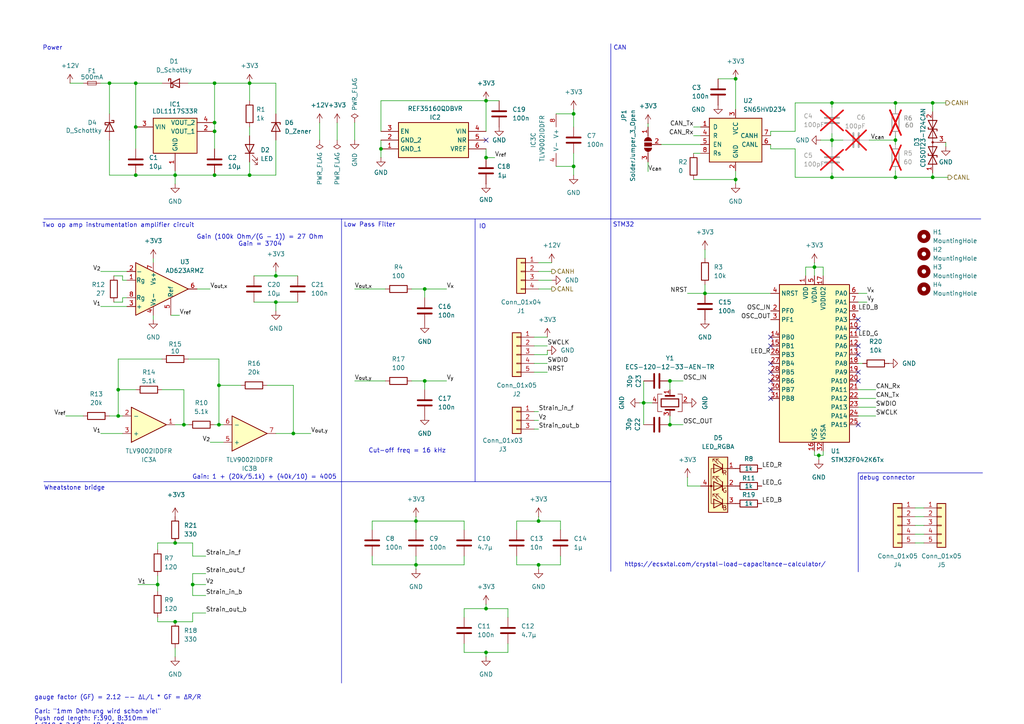
<source format=kicad_sch>
(kicad_sch
	(version 20231120)
	(generator "eeschema")
	(generator_version "8.0")
	(uuid "f8b6600d-b868-4177-9a19-9d3ea5a7ab39")
	(paper "A4")
	
	(junction
		(at 110.49 43.18)
		(diameter 0)
		(color 0 0 0 0)
		(uuid "0113b979-ae6c-4a78-addd-dd9086cd4f25")
	)
	(junction
		(at 120.65 163.83)
		(diameter 0)
		(color 0 0 0 0)
		(uuid "02636ae5-f5e7-48bf-a0d1-c67c747587fa")
	)
	(junction
		(at 237.49 132.08)
		(diameter 0)
		(color 0 0 0 0)
		(uuid "05fcef2d-9dc5-4eef-a6b3-cb266273c987")
	)
	(junction
		(at 62.23 50.8)
		(diameter 0)
		(color 0 0 0 0)
		(uuid "1274ab03-0e54-47dc-a354-b50c482e6800")
	)
	(junction
		(at 270.51 29.845)
		(diameter 0)
		(color 0 0 0 0)
		(uuid "18aab0ba-466c-44b3-ab6f-6a1ed7fe0afe")
	)
	(junction
		(at 39.37 36.83)
		(diameter 0)
		(color 0 0 0 0)
		(uuid "18f22e87-554e-4295-b07b-eb273fe0a1db")
	)
	(junction
		(at 72.39 24.13)
		(diameter 0)
		(color 0 0 0 0)
		(uuid "1c558620-1a98-420b-9444-5ad7f0359b56")
	)
	(junction
		(at 140.97 176.53)
		(diameter 0)
		(color 0 0 0 0)
		(uuid "2068c275-be4a-4ddc-9370-0aa09735babc")
	)
	(junction
		(at 123.19 83.82)
		(diameter 0)
		(color 0 0 0 0)
		(uuid "223cd497-0b94-4d9c-b5e2-168862fd1218")
	)
	(junction
		(at 34.29 120.65)
		(diameter 0)
		(color 0 0 0 0)
		(uuid "24aba9f3-f4f4-4ee6-ab2b-0e2d18dc1c91")
	)
	(junction
		(at 50.8 180.34)
		(diameter 0)
		(color 0 0 0 0)
		(uuid "288f8500-7136-4368-9446-c91c1c33d5b9")
	)
	(junction
		(at 166.37 33.02)
		(diameter 0)
		(color 0 0 0 0)
		(uuid "29218050-3368-4a17-8156-6fcbcb4a527e")
	)
	(junction
		(at 166.37 48.26)
		(diameter 0)
		(color 0 0 0 0)
		(uuid "2f1e8d12-9fdf-4e3d-bd45-b7179341855c")
	)
	(junction
		(at 80.01 80.01)
		(diameter 0)
		(color 0 0 0 0)
		(uuid "2f694dea-cdc4-4dfb-a794-277657627dce")
	)
	(junction
		(at 213.36 22.86)
		(diameter 0)
		(color 0 0 0 0)
		(uuid "2f9f5215-e82d-4a84-b692-9090a2e3a715")
	)
	(junction
		(at 63.5 123.19)
		(diameter 0)
		(color 0 0 0 0)
		(uuid "388b71f3-24b5-42d6-b85e-811513639d97")
	)
	(junction
		(at 62.23 24.13)
		(diameter 0)
		(color 0 0 0 0)
		(uuid "3b3fd521-b43f-4ec9-a61a-bdad4bca688c")
	)
	(junction
		(at 120.65 151.13)
		(diameter 0)
		(color 0 0 0 0)
		(uuid "3f2f3144-da7f-4ef0-bea4-5b0d0d13fd1b")
	)
	(junction
		(at 85.09 125.73)
		(diameter 0)
		(color 0 0 0 0)
		(uuid "3f854f6e-057c-4835-a4df-3fc3838b8305")
	)
	(junction
		(at 34.29 113.03)
		(diameter 0)
		(color 0 0 0 0)
		(uuid "41269feb-ab3e-4360-86bb-de4dc59898c8")
	)
	(junction
		(at 50.8 157.48)
		(diameter 0)
		(color 0 0 0 0)
		(uuid "42578307-91be-4b18-bd8b-b3c4fd4a5a83")
	)
	(junction
		(at 62.23 38.1)
		(diameter 0)
		(color 0 0 0 0)
		(uuid "44c8823b-28ac-4513-9c88-389e5aa2a3b3")
	)
	(junction
		(at 39.37 50.8)
		(diameter 0)
		(color 0 0 0 0)
		(uuid "47ba72a5-4248-4eb6-8c32-01d0c37386c2")
	)
	(junction
		(at 204.47 85.09)
		(diameter 0)
		(color 0 0 0 0)
		(uuid "4a3f6074-2441-4dbb-9060-1f6521322b69")
	)
	(junction
		(at 53.34 123.19)
		(diameter 0)
		(color 0 0 0 0)
		(uuid "50948dc7-93c0-465d-ab1a-1db88ebb8594")
	)
	(junction
		(at 39.37 24.13)
		(diameter 0)
		(color 0 0 0 0)
		(uuid "53ddbd20-4971-4223-9330-8998a94ec2be")
	)
	(junction
		(at 241.3 40.64)
		(diameter 0)
		(color 0 0 0 0)
		(uuid "59324dc7-0930-4c87-a34c-04356d262356")
	)
	(junction
		(at 45.72 169.545)
		(diameter 0)
		(color 0 0 0 0)
		(uuid "59ef493a-90c8-487f-83e0-d3eb3e5f62f2")
	)
	(junction
		(at 140.97 45.72)
		(diameter 0)
		(color 0 0 0 0)
		(uuid "5bf45bd7-2a16-40d0-a149-2850a8188caa")
	)
	(junction
		(at 123.19 110.49)
		(diameter 0)
		(color 0 0 0 0)
		(uuid "604244db-04ca-4606-9a06-feac5a699bb3")
	)
	(junction
		(at 156.21 163.83)
		(diameter 0)
		(color 0 0 0 0)
		(uuid "608c0f87-740b-421b-b82b-596682e21913")
	)
	(junction
		(at 50.8 50.8)
		(diameter 0)
		(color 0 0 0 0)
		(uuid "6574a473-b1d9-470d-80ee-9fdf3fb4b41f")
	)
	(junction
		(at 31.75 24.13)
		(diameter 0)
		(color 0 0 0 0)
		(uuid "714a975b-3475-4259-948c-c306fb6e4177")
	)
	(junction
		(at 186.69 116.84)
		(diameter 0)
		(color 0 0 0 0)
		(uuid "764fcdba-d25d-4eee-915c-52e0c14de4df")
	)
	(junction
		(at 241.3 51.435)
		(diameter 0)
		(color 0 0 0 0)
		(uuid "8cddb896-25c8-45c4-9da8-9f4a22485cb6")
	)
	(junction
		(at 80.01 87.63)
		(diameter 0)
		(color 0 0 0 0)
		(uuid "8f88ce5c-bbe4-4933-92ad-0970284a6b45")
	)
	(junction
		(at 140.97 29.21)
		(diameter 0)
		(color 0 0 0 0)
		(uuid "90a85d0d-9be5-42b6-bf79-6111eb7d6e3d")
	)
	(junction
		(at 259.715 40.64)
		(diameter 0)
		(color 0 0 0 0)
		(uuid "971428a6-e6a3-428e-8996-3365e1415a7a")
	)
	(junction
		(at 156.21 151.13)
		(diameter 0)
		(color 0 0 0 0)
		(uuid "99845d11-7ec7-464f-9f0f-482eae093d4c")
	)
	(junction
		(at 140.97 189.23)
		(diameter 0)
		(color 0 0 0 0)
		(uuid "9e232b2f-2ab0-468b-9669-f57663f79ef7")
	)
	(junction
		(at 241.3 29.845)
		(diameter 0)
		(color 0 0 0 0)
		(uuid "affa2bdb-72df-41b6-9386-ac5839bc4c33")
	)
	(junction
		(at 55.88 169.545)
		(diameter 0)
		(color 0 0 0 0)
		(uuid "d06d7824-d899-492a-ae35-415b3eebf14b")
	)
	(junction
		(at 270.51 51.435)
		(diameter 0)
		(color 0 0 0 0)
		(uuid "dbe45813-95eb-48d7-81a3-962cd7ddbc04")
	)
	(junction
		(at 194.31 123.19)
		(diameter 0)
		(color 0 0 0 0)
		(uuid "debe2676-f69a-452d-8128-8a931bbd7b9e")
	)
	(junction
		(at 72.39 50.8)
		(diameter 0)
		(color 0 0 0 0)
		(uuid "e05dcd12-26d0-4f21-b15d-3699451334e4")
	)
	(junction
		(at 236.22 77.47)
		(diameter 0)
		(color 0 0 0 0)
		(uuid "e308ba93-7af4-45c6-a51f-d4d9b8d7cb7b")
	)
	(junction
		(at 213.36 52.07)
		(diameter 0)
		(color 0 0 0 0)
		(uuid "ec86ed57-28f2-494f-8bd7-d1859c4d7aeb")
	)
	(junction
		(at 259.715 29.845)
		(diameter 0)
		(color 0 0 0 0)
		(uuid "f22c6796-88a6-4583-b5fb-10286df5dff5")
	)
	(junction
		(at 259.715 51.435)
		(diameter 0)
		(color 0 0 0 0)
		(uuid "f59fe935-3d90-45db-bf79-550fe3a27049")
	)
	(junction
		(at 63.5 111.76)
		(diameter 0)
		(color 0 0 0 0)
		(uuid "f9ab6fc7-b12d-4eff-8086-0a272832ba90")
	)
	(junction
		(at 62.23 35.56)
		(diameter 0)
		(color 0 0 0 0)
		(uuid "fab02c0a-ce37-40a3-b016-902294032dec")
	)
	(junction
		(at 194.31 110.49)
		(diameter 0)
		(color 0 0 0 0)
		(uuid "fffb8a15-a344-4a78-8726-789c7b35a907")
	)
	(no_connect
		(at 248.92 107.95)
		(uuid "011e21b3-b88d-48a0-9d5e-c901bd666664")
	)
	(no_connect
		(at 248.92 102.87)
		(uuid "2e3f0ee1-7a11-4d5f-abfb-ffde1fad48ac")
	)
	(no_connect
		(at 223.52 113.03)
		(uuid "2ede7cc2-78d5-47d6-b6af-42ea85599657")
	)
	(no_connect
		(at 223.52 115.57)
		(uuid "33239636-17ee-403d-bbe5-ec6da1679696")
	)
	(no_connect
		(at 223.52 97.79)
		(uuid "3de57669-5315-4a25-a8eb-0ee6f377387a")
	)
	(no_connect
		(at 140.97 40.64)
		(uuid "54644852-1250-4726-9ec8-ada8de9d6f35")
	)
	(no_connect
		(at 223.52 100.33)
		(uuid "762b8d8d-a8ca-4b3e-8ff7-bbd012e14687")
	)
	(no_connect
		(at 223.52 110.49)
		(uuid "8f3bee3f-f5af-4283-8b8a-3e17e52ad6d1")
	)
	(no_connect
		(at 248.92 92.71)
		(uuid "978aebbd-ccf9-43d0-aea5-fd0c751587c1")
	)
	(no_connect
		(at 248.92 110.49)
		(uuid "9dda198c-30f3-494f-8d56-3ca5ea66041e")
	)
	(no_connect
		(at 248.92 95.25)
		(uuid "b8233062-00c3-4336-b76d-bc355acc5921")
	)
	(no_connect
		(at 248.92 100.33)
		(uuid "bf95490b-5f80-4b63-9514-be8f71732242")
	)
	(no_connect
		(at 223.52 105.41)
		(uuid "d430a219-39ed-4a59-9bd6-bff0f7928992")
	)
	(no_connect
		(at 223.52 107.95)
		(uuid "fe44cb1b-97b2-43e8-9eb7-b332eb0062c4")
	)
	(no_connect
		(at 248.92 123.19)
		(uuid "fff99822-a65f-4e72-9759-c772dadeb206")
	)
	(wire
		(pts
			(xy 52.07 91.44) (xy 49.53 91.44)
		)
		(stroke
			(width 0)
			(type default)
		)
		(uuid "002b569b-193c-4073-9b83-093fc57c216c")
	)
	(wire
		(pts
			(xy 80.01 87.63) (xy 80.01 90.17)
		)
		(stroke
			(width 0)
			(type default)
		)
		(uuid "013202b2-a727-4751-ade1-1dc6256e77e0")
	)
	(wire
		(pts
			(xy 63.5 123.19) (xy 64.77 123.19)
		)
		(stroke
			(width 0)
			(type default)
		)
		(uuid "03cf31f4-a89b-4b47-834e-cb316a079ae8")
	)
	(wire
		(pts
			(xy 29.21 88.9) (xy 36.83 88.9)
		)
		(stroke
			(width 0)
			(type default)
		)
		(uuid "03e40dc0-7d1c-4bd7-ad66-c72d428e8588")
	)
	(wire
		(pts
			(xy 31.75 24.13) (xy 39.37 24.13)
		)
		(stroke
			(width 0)
			(type default)
		)
		(uuid "05c21496-2040-4273-bc27-cd6a300b478b")
	)
	(wire
		(pts
			(xy 62.23 50.8) (xy 50.8 50.8)
		)
		(stroke
			(width 0)
			(type default)
		)
		(uuid "063bad33-447b-4eec-8a86-60eb22fc1ae6")
	)
	(polyline
		(pts
			(xy 12.7 63.5) (xy 99.06 63.5)
		)
		(stroke
			(width 0)
			(type default)
		)
		(uuid "06e5fcf3-7a79-456b-9e2f-585370566cb8")
	)
	(wire
		(pts
			(xy 156.21 83.82) (xy 160.02 83.82)
		)
		(stroke
			(width 0)
			(type default)
		)
		(uuid "06f863bd-09fb-404b-bb84-6d24da4bced6")
	)
	(wire
		(pts
			(xy 161.29 48.26) (xy 166.37 48.26)
		)
		(stroke
			(width 0)
			(type default)
		)
		(uuid "081c33e7-32e7-47ea-ae00-fd4f7389becf")
	)
	(wire
		(pts
			(xy 63.5 111.76) (xy 63.5 104.14)
		)
		(stroke
			(width 0)
			(type default)
		)
		(uuid "0836748d-ddae-4121-b54f-6f77c7a22eff")
	)
	(wire
		(pts
			(xy 241.3 51.435) (xy 259.715 51.435)
		)
		(stroke
			(width 0)
			(type default)
		)
		(uuid "095b1cd1-9a0c-4002-89f1-b5b2cdd36522")
	)
	(wire
		(pts
			(xy 73.66 80.01) (xy 80.01 80.01)
		)
		(stroke
			(width 0)
			(type default)
		)
		(uuid "0c68411c-5b64-4939-8271-dafc20811513")
	)
	(wire
		(pts
			(xy 201.168 52.07) (xy 213.36 52.07)
		)
		(stroke
			(width 0)
			(type default)
		)
		(uuid "0c911aa3-c435-499e-9389-99cf5d2b2b9c")
	)
	(wire
		(pts
			(xy 147.32 189.23) (xy 147.32 186.69)
		)
		(stroke
			(width 0)
			(type default)
		)
		(uuid "0ce8dfc3-b7e4-4e1d-a601-2339048041c9")
	)
	(wire
		(pts
			(xy 241.427 29.845) (xy 241.427 29.718)
		)
		(stroke
			(width 0)
			(type default)
		)
		(uuid "0d4194ca-3726-4e15-8ee1-5df1bbd9cf3e")
	)
	(wire
		(pts
			(xy 44.45 74.93) (xy 44.45 76.2)
		)
		(stroke
			(width 0)
			(type default)
		)
		(uuid "0ddf33d9-33e6-4e10-af48-91607963e200")
	)
	(wire
		(pts
			(xy 140.97 45.72) (xy 140.97 43.18)
		)
		(stroke
			(width 0)
			(type default)
		)
		(uuid "0e059004-e4c6-443c-9ae9-d824401392f4")
	)
	(wire
		(pts
			(xy 204.47 72.39) (xy 204.47 74.93)
		)
		(stroke
			(width 0)
			(type default)
		)
		(uuid "0e1d89c7-9f47-4922-a602-fc1e86b0b19e")
	)
	(wire
		(pts
			(xy 201.168 36.83) (xy 203.2 36.83)
		)
		(stroke
			(width 0)
			(type default)
		)
		(uuid "0f5537fc-d328-4fd1-a1a3-1f83bddc76ec")
	)
	(wire
		(pts
			(xy 134.62 176.53) (xy 140.97 176.53)
		)
		(stroke
			(width 0)
			(type default)
		)
		(uuid "0f88d33a-72a9-4f30-aad1-8ffc47253642")
	)
	(wire
		(pts
			(xy 45.72 180.34) (xy 45.72 179.07)
		)
		(stroke
			(width 0)
			(type default)
		)
		(uuid "104e6e70-864a-4e5b-8b3e-6f752188f023")
	)
	(wire
		(pts
			(xy 59.69 161.29) (xy 55.88 161.29)
		)
		(stroke
			(width 0)
			(type default)
		)
		(uuid "126bc45f-61a2-4403-bafb-b98dd6e9be2e")
	)
	(wire
		(pts
			(xy 85.09 111.76) (xy 77.47 111.76)
		)
		(stroke
			(width 0)
			(type default)
		)
		(uuid "12c70ed5-7a7c-4673-977a-9074d9ae907f")
	)
	(wire
		(pts
			(xy 254 115.57) (xy 248.92 115.57)
		)
		(stroke
			(width 0)
			(type default)
		)
		(uuid "12dcbea1-3261-4fd0-8e4c-9bcdcdf9fa51")
	)
	(wire
		(pts
			(xy 55.88 177.8) (xy 55.88 180.34)
		)
		(stroke
			(width 0)
			(type default)
		)
		(uuid "1310dc17-41e6-4dea-9c15-cdb66a7a83da")
	)
	(wire
		(pts
			(xy 213.36 31.75) (xy 213.36 22.86)
		)
		(stroke
			(width 0)
			(type default)
		)
		(uuid "132dced9-bc89-44e4-8110-c9eadfa7c1e2")
	)
	(wire
		(pts
			(xy 107.95 153.67) (xy 107.95 151.13)
		)
		(stroke
			(width 0)
			(type default)
		)
		(uuid "15d351c6-00b0-40fb-9381-1f23c8a35151")
	)
	(wire
		(pts
			(xy 251.46 87.63) (xy 248.92 87.63)
		)
		(stroke
			(width 0)
			(type default)
		)
		(uuid "162f05f0-fdcb-4cf3-bc7b-82a0fb4dc163")
	)
	(wire
		(pts
			(xy 241.3 50.165) (xy 241.3 51.435)
		)
		(stroke
			(width 0)
			(type default)
		)
		(uuid "17c80241-ad75-4b36-b401-7697b6679a17")
	)
	(wire
		(pts
			(xy 186.69 116.84) (xy 189.23 116.84)
		)
		(stroke
			(width 0)
			(type default)
		)
		(uuid "18b95f29-5d3b-46e1-8278-34a9eb73cf73")
	)
	(wire
		(pts
			(xy 46.99 104.14) (xy 34.29 104.14)
		)
		(stroke
			(width 0)
			(type default)
		)
		(uuid "18db34b7-9ad5-4c45-ac7a-de65e5b10f34")
	)
	(wire
		(pts
			(xy 267.97 154.94) (xy 265.43 154.94)
		)
		(stroke
			(width 0)
			(type default)
		)
		(uuid "19f47de0-79b3-4420-8974-17818dc70da7")
	)
	(wire
		(pts
			(xy 72.39 46.99) (xy 72.39 50.8)
		)
		(stroke
			(width 0)
			(type default)
		)
		(uuid "1b596011-c73a-4822-b798-5a4033510421")
	)
	(wire
		(pts
			(xy 72.39 36.83) (xy 72.39 39.37)
		)
		(stroke
			(width 0)
			(type default)
		)
		(uuid "1c9b533d-b6b0-407d-8e84-162db6022663")
	)
	(wire
		(pts
			(xy 63.5 123.19) (xy 63.5 111.76)
		)
		(stroke
			(width 0)
			(type default)
		)
		(uuid "1cc1dde3-b26c-4361-bdb5-58652f848fe0")
	)
	(wire
		(pts
			(xy 213.36 52.07) (xy 213.36 53.34)
		)
		(stroke
			(width 0)
			(type default)
		)
		(uuid "1d89fe2c-9548-43c0-8776-e2e7dcdbf91b")
	)
	(wire
		(pts
			(xy 161.29 33.02) (xy 166.37 33.02)
		)
		(stroke
			(width 0)
			(type default)
		)
		(uuid "1da83e8d-ae21-43b8-9f85-7dcd00fa8c0e")
	)
	(polyline
		(pts
			(xy 99.06 63.5) (xy 99.06 198.12)
		)
		(stroke
			(width 0)
			(type default)
		)
		(uuid "1e150bea-a095-4860-8a7f-d8499367ddbc")
	)
	(wire
		(pts
			(xy 248.92 105.41) (xy 250.19 105.41)
		)
		(stroke
			(width 0)
			(type default)
		)
		(uuid "1ed35ed8-bfa9-42bc-8e68-7dc6f3016af2")
	)
	(wire
		(pts
			(xy 50.8 190.5) (xy 50.8 187.96)
		)
		(stroke
			(width 0)
			(type default)
		)
		(uuid "1f0fd03f-62bf-47d9-bd89-f8ec9779224d")
	)
	(wire
		(pts
			(xy 233.68 80.01) (xy 233.68 77.47)
		)
		(stroke
			(width 0)
			(type default)
		)
		(uuid "1f8a2569-8cf7-48fa-a888-7b62e6816d99")
	)
	(wire
		(pts
			(xy 241.3 40.64) (xy 244.475 40.64)
		)
		(stroke
			(width 0)
			(type default)
		)
		(uuid "204fd81c-f2a0-45b9-8a27-e13ae4452fcb")
	)
	(wire
		(pts
			(xy 194.31 120.65) (xy 194.31 123.19)
		)
		(stroke
			(width 0)
			(type default)
		)
		(uuid "20a69bd0-a796-4da6-acdc-21a226c20127")
	)
	(wire
		(pts
			(xy 236.22 130.81) (xy 236.22 132.08)
		)
		(stroke
			(width 0)
			(type default)
		)
		(uuid "20e58788-9604-4f53-88a5-e6c489e75ae9")
	)
	(polyline
		(pts
			(xy 284.988 137.16) (xy 248.92 137.16)
		)
		(stroke
			(width 0)
			(type default)
		)
		(uuid "2305da3a-3bce-47a9-a092-7aebf0142460")
	)
	(polyline
		(pts
			(xy 99.06 139.7) (xy 177.165 139.7)
		)
		(stroke
			(width 0)
			(type default)
		)
		(uuid "23e43f90-4bda-4fa4-b933-7c5db8a8469a")
	)
	(wire
		(pts
			(xy 237.49 132.08) (xy 237.49 133.35)
		)
		(stroke
			(width 0)
			(type default)
		)
		(uuid "2421dcc1-b121-49f1-b83b-336e60dc130c")
	)
	(polyline
		(pts
			(xy 12.7 139.7) (xy 99.06 139.7)
		)
		(stroke
			(width 0)
			(type default)
		)
		(uuid "254fb170-8939-4346-b737-b2bf1807eac8")
	)
	(polyline
		(pts
			(xy 137.795 63.5) (xy 137.795 139.7)
		)
		(stroke
			(width 0)
			(type default)
		)
		(uuid "27a048a3-84ac-437a-a594-4a1fabeb99d0")
	)
	(wire
		(pts
			(xy 259.715 40.64) (xy 259.715 41.91)
		)
		(stroke
			(width 0)
			(type default)
		)
		(uuid "2947efbf-9a51-4392-94c7-5d2a2ad047ef")
	)
	(wire
		(pts
			(xy 140.97 29.21) (xy 140.97 38.1)
		)
		(stroke
			(width 0)
			(type default)
		)
		(uuid "2a159aeb-a156-4079-a8ad-68f07053ab08")
	)
	(wire
		(pts
			(xy 194.31 123.19) (xy 198.12 123.19)
		)
		(stroke
			(width 0)
			(type default)
		)
		(uuid "2a2292a9-2ad3-484e-8de6-a6d4f546661e")
	)
	(wire
		(pts
			(xy 248.92 120.65) (xy 254 120.65)
		)
		(stroke
			(width 0)
			(type default)
		)
		(uuid "2a5c6140-b454-4238-b3fa-bb175a7686ed")
	)
	(wire
		(pts
			(xy 140.97 176.53) (xy 147.32 176.53)
		)
		(stroke
			(width 0)
			(type default)
		)
		(uuid "2aa0ce68-9b67-44e5-908a-2a133d53b282")
	)
	(wire
		(pts
			(xy 267.97 147.32) (xy 265.43 147.32)
		)
		(stroke
			(width 0)
			(type default)
		)
		(uuid "2c6d7c59-bee0-4b60-9990-1b15fc142b58")
	)
	(wire
		(pts
			(xy 156.21 78.74) (xy 160.02 78.74)
		)
		(stroke
			(width 0)
			(type default)
		)
		(uuid "2c7568ad-643d-467a-87f3-08f0b73f8fa5")
	)
	(wire
		(pts
			(xy 259.715 39.37) (xy 259.715 40.64)
		)
		(stroke
			(width 0)
			(type default)
		)
		(uuid "2e17b979-0001-4a6f-a7e5-7a9f3e1a7b72")
	)
	(wire
		(pts
			(xy 166.37 33.02) (xy 166.37 36.83)
		)
		(stroke
			(width 0)
			(type default)
		)
		(uuid "316adbd1-99a5-4633-92c3-0703f8c8bd1c")
	)
	(wire
		(pts
			(xy 29.21 24.13) (xy 31.75 24.13)
		)
		(stroke
			(width 0)
			(type default)
		)
		(uuid "320c7e1c-3303-429d-9c0f-1a1fd378a2d8")
	)
	(wire
		(pts
			(xy 72.39 24.13) (xy 80.01 24.13)
		)
		(stroke
			(width 0)
			(type default)
		)
		(uuid "32501b11-7f5e-40fb-ae05-6e80de7aee01")
	)
	(wire
		(pts
			(xy 110.49 43.18) (xy 110.49 45.72)
		)
		(stroke
			(width 0)
			(type default)
		)
		(uuid "34a34465-7d06-400d-89a3-97e65bf7805c")
	)
	(polyline
		(pts
			(xy 177.165 63.5) (xy 177.165 165.735)
		)
		(stroke
			(width 0)
			(type default)
		)
		(uuid "3583523b-d8a5-474d-b216-275e019db74c")
	)
	(wire
		(pts
			(xy 267.97 152.4) (xy 265.43 152.4)
		)
		(stroke
			(width 0)
			(type default)
		)
		(uuid "3743591e-f91f-48e3-a407-f4c60aff1b04")
	)
	(wire
		(pts
			(xy 230.632 43.18) (xy 230.632 51.435)
		)
		(stroke
			(width 0)
			(type default)
		)
		(uuid "376f7c79-f0cd-4f85-952f-0208b2c2461c")
	)
	(wire
		(pts
			(xy 120.65 165.1) (xy 120.65 163.83)
		)
		(stroke
			(width 0)
			(type default)
		)
		(uuid "387a082b-1d5e-4623-a1a5-eec1ea844f5b")
	)
	(wire
		(pts
			(xy 119.38 110.49) (xy 123.19 110.49)
		)
		(stroke
			(width 0)
			(type default)
		)
		(uuid "395bd3a4-1bf8-4d77-9408-13505797f4f2")
	)
	(wire
		(pts
			(xy 62.23 24.13) (xy 54.61 24.13)
		)
		(stroke
			(width 0)
			(type default)
		)
		(uuid "41aedd68-caa4-4647-9016-9a536f40f869")
	)
	(wire
		(pts
			(xy 120.65 149.86) (xy 120.65 151.13)
		)
		(stroke
			(width 0)
			(type default)
		)
		(uuid "42db72ac-9a9b-483f-a4a0-b25ba839651d")
	)
	(wire
		(pts
			(xy 223.52 43.18) (xy 223.52 41.91)
		)
		(stroke
			(width 0)
			(type default)
		)
		(uuid "44458fcf-e717-42b4-94b6-f699e6aa5e32")
	)
	(wire
		(pts
			(xy 140.97 29.21) (xy 110.49 29.21)
		)
		(stroke
			(width 0)
			(type default)
		)
		(uuid "44c6a455-dd4f-4ebd-b1ce-a92d37a79308")
	)
	(wire
		(pts
			(xy 102.87 35.56) (xy 102.87 40.64)
		)
		(stroke
			(width 0)
			(type default)
		)
		(uuid "458519c6-0720-4a49-833a-c96c73d72eb0")
	)
	(wire
		(pts
			(xy 236.22 77.47) (xy 236.22 80.01)
		)
		(stroke
			(width 0)
			(type default)
		)
		(uuid "45c90e8a-1aa0-4034-8542-7a75d95d084b")
	)
	(wire
		(pts
			(xy 120.65 151.13) (xy 120.65 153.67)
		)
		(stroke
			(width 0)
			(type default)
		)
		(uuid "46026f39-bfc0-48e8-9cd9-a4bf4fdcc719")
	)
	(polyline
		(pts
			(xy 248.92 137.16) (xy 248.92 165.862)
		)
		(stroke
			(width 0)
			(type default)
		)
		(uuid "48f17dde-bbbb-4bf9-aa53-a178fb876f5a")
	)
	(wire
		(pts
			(xy 270.51 29.845) (xy 259.715 29.845)
		)
		(stroke
			(width 0)
			(type default)
		)
		(uuid "4a396bcf-66e8-42da-aa9e-3f91156ead46")
	)
	(wire
		(pts
			(xy 270.51 29.845) (xy 274.32 29.845)
		)
		(stroke
			(width 0)
			(type default)
		)
		(uuid "4c97ac6d-ea4d-4a2b-8525-c847bb0f6b09")
	)
	(wire
		(pts
			(xy 166.37 31.75) (xy 166.37 33.02)
		)
		(stroke
			(width 0)
			(type default)
		)
		(uuid "4f322e14-60a3-4a93-8244-9fe62a5955d8")
	)
	(wire
		(pts
			(xy 149.86 153.67) (xy 149.86 151.13)
		)
		(stroke
			(width 0)
			(type default)
		)
		(uuid "4f82ae54-76dd-4469-8cca-35c95bf773b1")
	)
	(wire
		(pts
			(xy 236.22 76.2) (xy 236.22 77.47)
		)
		(stroke
			(width 0)
			(type default)
		)
		(uuid "4fa41436-6c9c-4b65-a2a8-5bb7d5784ac1")
	)
	(wire
		(pts
			(xy 102.87 110.49) (xy 111.76 110.49)
		)
		(stroke
			(width 0)
			(type default)
		)
		(uuid "51701b02-f6f0-4f68-bb72-821ae710d19e")
	)
	(wire
		(pts
			(xy 59.69 166.37) (xy 55.88 166.37)
		)
		(stroke
			(width 0)
			(type default)
		)
		(uuid "52b87047-26a9-49db-a9cc-881d5fe05a50")
	)
	(wire
		(pts
			(xy 134.62 186.69) (xy 134.62 189.23)
		)
		(stroke
			(width 0)
			(type default)
		)
		(uuid "56305bf8-57df-4d27-a8a6-6dbf45a25735")
	)
	(wire
		(pts
			(xy 45.72 159.385) (xy 45.72 157.48)
		)
		(stroke
			(width 0)
			(type default)
		)
		(uuid "58e81686-c857-4470-9f9b-398e8947ff08")
	)
	(wire
		(pts
			(xy 55.88 157.48) (xy 55.88 161.29)
		)
		(stroke
			(width 0)
			(type default)
		)
		(uuid "59c5f239-b5dc-406d-8feb-3e00fafd875f")
	)
	(wire
		(pts
			(xy 34.29 104.14) (xy 34.29 113.03)
		)
		(stroke
			(width 0)
			(type default)
		)
		(uuid "5a90dbde-0c42-4db1-94cf-3b93b58dc984")
	)
	(wire
		(pts
			(xy 73.66 87.63) (xy 80.01 87.63)
		)
		(stroke
			(width 0)
			(type default)
		)
		(uuid "5a978922-2244-4610-9ed1-7c8eec8787e6")
	)
	(wire
		(pts
			(xy 31.75 50.8) (xy 39.37 50.8)
		)
		(stroke
			(width 0)
			(type default)
		)
		(uuid "5c28fc97-a1c5-41d5-9085-2d9a73743a48")
	)
	(wire
		(pts
			(xy 123.19 83.82) (xy 123.19 86.36)
		)
		(stroke
			(width 0)
			(type default)
		)
		(uuid "5fa5515f-3b69-45c9-a7bc-56aa165bc91e")
	)
	(polyline
		(pts
			(xy 177.165 12.7) (xy 177.165 63.5)
		)
		(stroke
			(width 0)
			(type default)
		)
		(uuid "5fde731f-f99b-4659-a2f3-bd2cb335181c")
	)
	(wire
		(pts
			(xy 162.56 163.83) (xy 162.56 161.29)
		)
		(stroke
			(width 0)
			(type default)
		)
		(uuid "603e02e8-c534-4655-9ed6-49e53ae53953")
	)
	(wire
		(pts
			(xy 166.37 50.8) (xy 166.37 48.26)
		)
		(stroke
			(width 0)
			(type default)
		)
		(uuid "62352196-4480-4212-8a52-04c71f663fdd")
	)
	(wire
		(pts
			(xy 267.97 157.48) (xy 265.43 157.48)
		)
		(stroke
			(width 0)
			(type default)
		)
		(uuid "641d4a75-3097-4105-ae3d-091137ec1391")
	)
	(wire
		(pts
			(xy 62.23 24.13) (xy 62.23 35.56)
		)
		(stroke
			(width 0)
			(type default)
		)
		(uuid "6465069e-f1b2-4ecf-abe7-df549e3e25a1")
	)
	(wire
		(pts
			(xy 147.32 176.53) (xy 147.32 179.07)
		)
		(stroke
			(width 0)
			(type default)
		)
		(uuid "6472004c-be6b-4848-8e8a-041d61a50214")
	)
	(wire
		(pts
			(xy 238.76 132.08) (xy 238.76 130.81)
		)
		(stroke
			(width 0)
			(type default)
		)
		(uuid "6635867c-6b9d-4c26-b2e0-1eefc19f35f7")
	)
	(wire
		(pts
			(xy 156.21 149.86) (xy 156.21 151.13)
		)
		(stroke
			(width 0)
			(type default)
		)
		(uuid "6712d1cb-8cf1-4415-b264-38dbf2baae3e")
	)
	(wire
		(pts
			(xy 140.97 189.23) (xy 147.32 189.23)
		)
		(stroke
			(width 0)
			(type default)
		)
		(uuid "68311f9e-2b8a-4029-87e1-b828b957f949")
	)
	(wire
		(pts
			(xy 97.79 35.56) (xy 97.79 40.64)
		)
		(stroke
			(width 0)
			(type default)
		)
		(uuid "68e80d02-30bb-4992-9645-88a83eb28be3")
	)
	(wire
		(pts
			(xy 156.21 163.83) (xy 156.21 165.1)
		)
		(stroke
			(width 0)
			(type default)
		)
		(uuid "6941a1e4-fde9-4a22-b2b1-5d20bab42043")
	)
	(wire
		(pts
			(xy 110.49 29.21) (xy 110.49 38.1)
		)
		(stroke
			(width 0)
			(type default)
		)
		(uuid "69867d43-771f-44ed-bb50-f0c1a9a8fab1")
	)
	(wire
		(pts
			(xy 252.095 40.64) (xy 259.715 40.64)
		)
		(stroke
			(width 0)
			(type default)
		)
		(uuid "6a0e5d92-3f24-43ef-bf9b-bba4c8446950")
	)
	(wire
		(pts
			(xy 120.65 151.13) (xy 134.62 151.13)
		)
		(stroke
			(width 0)
			(type default)
		)
		(uuid "6a550cd0-8dec-453e-9042-14232bad69d6")
	)
	(wire
		(pts
			(xy 35.56 86.36) (xy 35.56 87.63)
		)
		(stroke
			(width 0)
			(type default)
		)
		(uuid "6beb2020-51ba-4481-9706-ab078667471b")
	)
	(wire
		(pts
			(xy 45.72 180.34) (xy 50.8 180.34)
		)
		(stroke
			(width 0)
			(type default)
		)
		(uuid "6c474314-fa19-40b6-a695-89e688a77dff")
	)
	(wire
		(pts
			(xy 204.47 85.09) (xy 223.52 85.09)
		)
		(stroke
			(width 0)
			(type default)
		)
		(uuid "6ca2ac6f-9e69-45f6-b007-3bbaecaab6e1")
	)
	(wire
		(pts
			(xy 72.39 24.13) (xy 72.39 29.21)
		)
		(stroke
			(width 0)
			(type default)
		)
		(uuid "6caa099b-59f8-486a-a4c0-0f89ef07f236")
	)
	(wire
		(pts
			(xy 80.01 78.74) (xy 80.01 80.01)
		)
		(stroke
			(width 0)
			(type default)
		)
		(uuid "6d415676-f979-4482-8439-1f97d9dbc1ff")
	)
	(wire
		(pts
			(xy 156.21 76.2) (xy 160.02 76.2)
		)
		(stroke
			(width 0)
			(type default)
		)
		(uuid "6f701bce-adad-4582-950d-25e5c2e53447")
	)
	(wire
		(pts
			(xy 55.88 169.545) (xy 59.69 169.545)
		)
		(stroke
			(width 0)
			(type default)
		)
		(uuid "709acf9a-fbdb-47fb-86df-0790a9b9d70f")
	)
	(wire
		(pts
			(xy 237.998 40.64) (xy 241.3 40.64)
		)
		(stroke
			(width 0)
			(type default)
		)
		(uuid "7238d858-9da9-45c0-9213-e59184585788")
	)
	(wire
		(pts
			(xy 19.05 120.65) (xy 24.13 120.65)
		)
		(stroke
			(width 0)
			(type default)
		)
		(uuid "75710b30-e851-4223-901d-6c6410da5559")
	)
	(wire
		(pts
			(xy 85.09 125.73) (xy 85.09 111.76)
		)
		(stroke
			(width 0)
			(type default)
		)
		(uuid "759e8376-ca0f-49fe-a0a3-941849fb77db")
	)
	(wire
		(pts
			(xy 270.51 51.435) (xy 274.955 51.435)
		)
		(stroke
			(width 0)
			(type default)
		)
		(uuid "76c26d6a-0fa5-4227-806c-365842650d0f")
	)
	(wire
		(pts
			(xy 80.01 50.8) (xy 72.39 50.8)
		)
		(stroke
			(width 0)
			(type default)
		)
		(uuid "7778c020-f444-4c2e-a304-cae94ffc0154")
	)
	(wire
		(pts
			(xy 154.94 121.92) (xy 156.21 121.92)
		)
		(stroke
			(width 0)
			(type default)
		)
		(uuid "7b94120f-e58f-423d-9db3-b73f0fab24f8")
	)
	(wire
		(pts
			(xy 134.62 163.83) (xy 134.62 161.29)
		)
		(stroke
			(width 0)
			(type default)
		)
		(uuid "7bab9181-e488-4a58-98b2-755a152ce61a")
	)
	(wire
		(pts
			(xy 107.95 151.13) (xy 120.65 151.13)
		)
		(stroke
			(width 0)
			(type default)
		)
		(uuid "7bfcbe3a-c203-49f7-bf94-c2d0b30b048e")
	)
	(wire
		(pts
			(xy 45.72 157.48) (xy 50.8 157.48)
		)
		(stroke
			(width 0)
			(type default)
		)
		(uuid "7cf74372-fc75-4a2c-9efe-7e97ec09b893")
	)
	(wire
		(pts
			(xy 50.8 49.53) (xy 50.8 50.8)
		)
		(stroke
			(width 0)
			(type default)
		)
		(uuid "7d6035a0-44fd-461f-a127-07d2fdcb539d")
	)
	(wire
		(pts
			(xy 156.21 151.13) (xy 162.56 151.13)
		)
		(stroke
			(width 0)
			(type default)
		)
		(uuid "7d6d6e4a-b6d4-49df-9526-f47d055eba87")
	)
	(wire
		(pts
			(xy 107.95 161.29) (xy 107.95 163.83)
		)
		(stroke
			(width 0)
			(type default)
		)
		(uuid "7eebbf57-95a2-428a-87c2-e05d8c9ab596")
	)
	(wire
		(pts
			(xy 50.8 180.34) (xy 55.88 180.34)
		)
		(stroke
			(width 0)
			(type default)
		)
		(uuid "7ef9d9fe-23b6-4b72-9de7-b62bf3d2a261")
	)
	(wire
		(pts
			(xy 39.37 113.03) (xy 34.29 113.03)
		)
		(stroke
			(width 0)
			(type default)
		)
		(uuid "80eea628-a404-4798-85cd-c8b299c2e072")
	)
	(wire
		(pts
			(xy 34.29 120.65) (xy 35.56 120.65)
		)
		(stroke
			(width 0)
			(type default)
		)
		(uuid "821479b5-28c5-4d87-96c1-ad25fcc29ba5")
	)
	(wire
		(pts
			(xy 53.34 113.03) (xy 53.34 123.19)
		)
		(stroke
			(width 0)
			(type default)
		)
		(uuid "85aea282-cd77-47d6-8472-9255a16213f3")
	)
	(wire
		(pts
			(xy 223.52 43.18) (xy 230.632 43.18)
		)
		(stroke
			(width 0)
			(type default)
		)
		(uuid "85c30127-3cf3-4e78-8e5a-7937005e6f73")
	)
	(wire
		(pts
			(xy 187.96 46.99) (xy 187.96 49.784)
		)
		(stroke
			(width 0)
			(type default)
		)
		(uuid "899bf97a-8757-4ee8-8d0a-f79ea2770819")
	)
	(wire
		(pts
			(xy 62.23 35.56) (xy 62.23 38.1)
		)
		(stroke
			(width 0)
			(type default)
		)
		(uuid "8b220399-1ce2-4e96-9893-cff77ce36286")
	)
	(wire
		(pts
			(xy 233.68 77.47) (xy 236.22 77.47)
		)
		(stroke
			(width 0)
			(type default)
		)
		(uuid "8be657de-2b3f-4e43-8ef6-ab0885e9e2fa")
	)
	(wire
		(pts
			(xy 120.65 161.29) (xy 120.65 163.83)
		)
		(stroke
			(width 0)
			(type default)
		)
		(uuid "8ea6e887-f7d4-47e4-88a0-8a96fe04cf32")
	)
	(wire
		(pts
			(xy 267.97 149.86) (xy 265.43 149.86)
		)
		(stroke
			(width 0)
			(type default)
		)
		(uuid "8feff384-afd1-4b25-b9fe-033cc26e2706")
	)
	(wire
		(pts
			(xy 149.86 161.29) (xy 149.86 163.83)
		)
		(stroke
			(width 0)
			(type default)
		)
		(uuid "908f5b7c-91b7-483d-b587-7ddc9176ec65")
	)
	(wire
		(pts
			(xy 110.49 40.64) (xy 110.49 43.18)
		)
		(stroke
			(width 0)
			(type default)
		)
		(uuid "90db6e3f-dda2-4216-93bb-d867849a3fde")
	)
	(wire
		(pts
			(xy 29.21 125.73) (xy 35.56 125.73)
		)
		(stroke
			(width 0)
			(type default)
		)
		(uuid "9115be0d-d37f-470b-bb3f-35ce1d989f22")
	)
	(wire
		(pts
			(xy 156.21 119.38) (xy 154.94 119.38)
		)
		(stroke
			(width 0)
			(type default)
		)
		(uuid "9215cf30-6aaf-4b3f-8c29-0e7a33320ca0")
	)
	(wire
		(pts
			(xy 69.85 111.76) (xy 63.5 111.76)
		)
		(stroke
			(width 0)
			(type default)
		)
		(uuid "937917d0-dca9-4e00-9e1c-a99d3cfc9699")
	)
	(wire
		(pts
			(xy 50.8 123.19) (xy 53.34 123.19)
		)
		(stroke
			(width 0)
			(type default)
		)
		(uuid "93c231a9-cc74-49fc-a832-13bf3b5d2501")
	)
	(wire
		(pts
			(xy 248.92 85.09) (xy 251.46 85.09)
		)
		(stroke
			(width 0)
			(type default)
		)
		(uuid "93d0469f-82bb-429a-9ea3-f171d0dc6574")
	)
	(wire
		(pts
			(xy 123.19 110.49) (xy 123.19 113.03)
		)
		(stroke
			(width 0)
			(type default)
		)
		(uuid "943e6621-fda7-4e60-9a64-248ab989339e")
	)
	(wire
		(pts
			(xy 241.3 38.735) (xy 241.3 40.64)
		)
		(stroke
			(width 0)
			(type default)
		)
		(uuid "94f16936-1fea-40b4-8a2b-d19a44e8f4ff")
	)
	(wire
		(pts
			(xy 55.88 169.545) (xy 55.88 172.72)
		)
		(stroke
			(width 0)
			(type default)
		)
		(uuid "959e0f14-6a36-4495-b02e-7ccd361d2717")
	)
	(wire
		(pts
			(xy 134.62 179.07) (xy 134.62 176.53)
		)
		(stroke
			(width 0)
			(type default)
		)
		(uuid "96038f6e-3cb2-47bb-8b30-14c1cdc88481")
	)
	(wire
		(pts
			(xy 55.88 177.8) (xy 59.69 177.8)
		)
		(stroke
			(width 0)
			(type default)
		)
		(uuid "9e77a6d7-1b17-4ffa-a877-82b523e28942")
	)
	(wire
		(pts
			(xy 154.94 107.95) (xy 158.75 107.95)
		)
		(stroke
			(width 0)
			(type default)
		)
		(uuid "9f749afb-1c5d-4d65-944b-937240cf5973")
	)
	(wire
		(pts
			(xy 270.51 50.165) (xy 270.51 51.435)
		)
		(stroke
			(width 0)
			(type default)
		)
		(uuid "a2b90846-3dbc-4c4a-8892-6c2d9a1fdc82")
	)
	(wire
		(pts
			(xy 154.94 105.41) (xy 158.75 105.41)
		)
		(stroke
			(width 0)
			(type default)
		)
		(uuid "a3d90e26-f77e-46b1-a70c-39d9c37d96a7")
	)
	(wire
		(pts
			(xy 140.97 29.21) (xy 144.78 29.21)
		)
		(stroke
			(width 0)
			(type default)
		)
		(uuid "a431a2bc-af5e-4adf-a79a-95ad52576f7e")
	)
	(wire
		(pts
			(xy 46.99 24.13) (xy 39.37 24.13)
		)
		(stroke
			(width 0)
			(type default)
		)
		(uuid "a6ad502b-56c6-47e0-b3a2-671b1b517282")
	)
	(wire
		(pts
			(xy 50.8 50.8) (xy 50.8 53.34)
		)
		(stroke
			(width 0)
			(type default)
		)
		(uuid "a7c5373f-7395-4dfc-80b5-ed6f15d7ad13")
	)
	(wire
		(pts
			(xy 143.51 45.72) (xy 140.97 45.72)
		)
		(stroke
			(width 0)
			(type default)
		)
		(uuid "a867a866-2e05-4d57-ae99-ea8fe4b9eeb3")
	)
	(wire
		(pts
			(xy 140.97 175.26) (xy 140.97 176.53)
		)
		(stroke
			(width 0)
			(type default)
		)
		(uuid "a86ec96b-4ac7-4f76-86c8-0f18e7c0667d")
	)
	(wire
		(pts
			(xy 31.75 120.65) (xy 34.29 120.65)
		)
		(stroke
			(width 0)
			(type default)
		)
		(uuid "a9626274-6a7b-49cd-85d7-febaa255a077")
	)
	(wire
		(pts
			(xy 120.65 163.83) (xy 134.62 163.83)
		)
		(stroke
			(width 0)
			(type default)
		)
		(uuid "a9a5d14e-9ae3-4bfa-ab83-e05d0cf5f292")
	)
	(wire
		(pts
			(xy 199.39 85.09) (xy 204.47 85.09)
		)
		(stroke
			(width 0)
			(type default)
		)
		(uuid "a9fb4f29-eaff-4eae-9edd-ae1d74a6010f")
	)
	(wire
		(pts
			(xy 199.39 140.97) (xy 203.2 140.97)
		)
		(stroke
			(width 0)
			(type default)
		)
		(uuid "ac4a597b-27b6-4dbb-bcc9-36b4548f17de")
	)
	(polyline
		(pts
			(xy 99.06 63.5) (xy 284.48 63.5)
		)
		(stroke
			(width 0)
			(type default)
		)
		(uuid "ad686be9-2281-4c7b-859e-59d0043d3f61")
	)
	(wire
		(pts
			(xy 241.3 29.845) (xy 241.3 29.718)
		)
		(stroke
			(width 0)
			(type default)
		)
		(uuid "aed2f8f2-1388-4b18-b671-f755c45854ad")
	)
	(wire
		(pts
			(xy 223.52 38.1) (xy 223.52 39.37)
		)
		(stroke
			(width 0)
			(type default)
		)
		(uuid "af279d85-8bca-46ed-9368-db5e41057a68")
	)
	(wire
		(pts
			(xy 208.28 22.86) (xy 213.36 22.86)
		)
		(stroke
			(width 0)
			(type default)
		)
		(uuid "af2d1f34-1219-4d28-aa06-5ab291fddfed")
	)
	(wire
		(pts
			(xy 45.72 171.45) (xy 45.72 169.545)
		)
		(stroke
			(width 0)
			(type default)
		)
		(uuid "af2e8e55-93d9-40a5-83af-21ac1cf8c292")
	)
	(wire
		(pts
			(xy 186.69 110.49) (xy 186.69 116.84)
		)
		(stroke
			(width 0)
			(type default)
		)
		(uuid "af5f3576-b737-48b5-bc32-28204487d84b")
	)
	(wire
		(pts
			(xy 162.56 151.13) (xy 162.56 153.67)
		)
		(stroke
			(width 0)
			(type default)
		)
		(uuid "b14a2e6b-5e1b-400a-8b4e-e5f46b89a603")
	)
	(wire
		(pts
			(xy 241.3 29.845) (xy 241.3 31.115)
		)
		(stroke
			(width 0)
			(type default)
		)
		(uuid "b430c903-2280-4e44-9983-c63738279235")
	)
	(wire
		(pts
			(xy 194.31 110.49) (xy 194.31 113.03)
		)
		(stroke
			(width 0)
			(type default)
		)
		(uuid "b63a87eb-2ab5-4930-b3a4-5a68e2a54d8a")
	)
	(wire
		(pts
			(xy 198.12 110.49) (xy 194.31 110.49)
		)
		(stroke
			(width 0)
			(type default)
		)
		(uuid "b6cf5647-7f3c-4a03-97fa-3df56dfa05f1")
	)
	(wire
		(pts
			(xy 186.69 116.84) (xy 186.69 123.19)
		)
		(stroke
			(width 0)
			(type default)
		)
		(uuid "b98cc454-ffe4-42d4-86b1-9517f4da9f96")
	)
	(wire
		(pts
			(xy 259.715 51.435) (xy 270.51 51.435)
		)
		(stroke
			(width 0)
			(type default)
		)
		(uuid "baa33a10-12f9-44b6-82ef-c638063aa86f")
	)
	(wire
		(pts
			(xy 80.01 33.02) (xy 80.01 24.13)
		)
		(stroke
			(width 0)
			(type default)
		)
		(uuid "bafccd30-fdb0-4006-afbe-7788f8035b88")
	)
	(wire
		(pts
			(xy 158.75 102.87) (xy 154.94 102.87)
		)
		(stroke
			(width 0)
			(type default)
		)
		(uuid "bb649bf8-982a-45c8-a411-3415eea0a54b")
	)
	(wire
		(pts
			(xy 154.94 100.33) (xy 158.75 100.33)
		)
		(stroke
			(width 0)
			(type default)
		)
		(uuid "bc6805b8-6a36-4bd9-8518-9f5797078f0b")
	)
	(wire
		(pts
			(xy 270.51 29.845) (xy 270.51 32.385)
		)
		(stroke
			(width 0)
			(type default)
		)
		(uuid "bc75f8c0-2548-4d98-9b00-72af9a81fbb2")
	)
	(wire
		(pts
			(xy 45.72 169.545) (xy 45.72 167.005)
		)
		(stroke
			(width 0)
			(type default)
		)
		(uuid "be4db4e3-e31c-4d3b-80af-58f3e0e9000a")
	)
	(wire
		(pts
			(xy 39.37 24.13) (xy 39.37 36.83)
		)
		(stroke
			(width 0)
			(type default)
		)
		(uuid "be4f6ea2-bd45-40ca-be07-6d77ad13f052")
	)
	(wire
		(pts
			(xy 80.01 125.73) (xy 85.09 125.73)
		)
		(stroke
			(width 0)
			(type default)
		)
		(uuid "c149fbef-8812-4ba4-9584-11ee57b3815a")
	)
	(wire
		(pts
			(xy 201.168 39.37) (xy 203.2 39.37)
		)
		(stroke
			(width 0)
			(type default)
		)
		(uuid "c20e7305-592c-4c94-8439-aa6332cb546c")
	)
	(wire
		(pts
			(xy 149.86 163.83) (xy 156.21 163.83)
		)
		(stroke
			(width 0)
			(type default)
		)
		(uuid "c33658a3-b14a-43de-964a-462aa52bb1b5")
	)
	(wire
		(pts
			(xy 156.21 81.28) (xy 160.02 81.28)
		)
		(stroke
			(width 0)
			(type default)
		)
		(uuid "c4c9e099-4071-4b4d-bab2-43eb94c0cffa")
	)
	(wire
		(pts
			(xy 248.92 118.11) (xy 254 118.11)
		)
		(stroke
			(width 0)
			(type default)
		)
		(uuid "c5e6e6f5-df9c-4f24-a55b-337ab38ad6ca")
	)
	(wire
		(pts
			(xy 34.29 113.03) (xy 34.29 120.65)
		)
		(stroke
			(width 0)
			(type default)
		)
		(uuid "c66d4237-2936-43d2-9f8c-22c3099d01c7")
	)
	(wire
		(pts
			(xy 44.45 92.71) (xy 44.45 91.44)
		)
		(stroke
			(width 0)
			(type default)
		)
		(uuid "c67263f4-5228-4827-ba5e-79e832c43977")
	)
	(wire
		(pts
			(xy 20.32 24.13) (xy 24.13 24.13)
		)
		(stroke
			(width 0)
			(type default)
		)
		(uuid "c75dc7df-0425-417c-b72b-846a539289b3")
	)
	(wire
		(pts
			(xy 102.87 83.82) (xy 111.76 83.82)
		)
		(stroke
			(width 0)
			(type default)
		)
		(uuid "c8663129-76cf-4674-b7f9-191e00f81e49")
	)
	(wire
		(pts
			(xy 156.21 163.83) (xy 162.56 163.83)
		)
		(stroke
			(width 0)
			(type default)
		)
		(uuid "c8817182-5167-4663-8e13-af28cba1fd4e")
	)
	(wire
		(pts
			(xy 241.427 29.845) (xy 259.715 29.845)
		)
		(stroke
			(width 0)
			(type default)
		)
		(uuid "ca560882-add3-45f5-ab7a-39f8cf963045")
	)
	(wire
		(pts
			(xy 33.02 80.01) (xy 35.56 80.01)
		)
		(stroke
			(width 0)
			(type default)
		)
		(uuid "caca54ae-c4db-43e3-b1f1-abbfa6334d20")
	)
	(wire
		(pts
			(xy 241.3 40.64) (xy 241.3 42.545)
		)
		(stroke
			(width 0)
			(type default)
		)
		(uuid "cb14c24c-61fe-4ed2-b1ee-19206ee0ae8f")
	)
	(wire
		(pts
			(xy 204.47 82.55) (xy 204.47 85.09)
		)
		(stroke
			(width 0)
			(type default)
		)
		(uuid "cb21641e-bc77-4f92-a524-93af9b0a799a")
	)
	(wire
		(pts
			(xy 134.62 151.13) (xy 134.62 153.67)
		)
		(stroke
			(width 0)
			(type default)
		)
		(uuid "cb59c4de-3987-4eaa-8da2-3d7053fd14d0")
	)
	(wire
		(pts
			(xy 238.76 77.47) (xy 238.76 80.01)
		)
		(stroke
			(width 0)
			(type default)
		)
		(uuid "cc8ac6e1-d47c-42d0-ae96-ea7eee8dc98b")
	)
	(wire
		(pts
			(xy 134.62 189.23) (xy 140.97 189.23)
		)
		(stroke
			(width 0)
			(type default)
		)
		(uuid "cff60349-33c3-45a9-bc07-ec8056687f88")
	)
	(wire
		(pts
			(xy 187.96 35.814) (xy 187.96 36.83)
		)
		(stroke
			(width 0)
			(type default)
		)
		(uuid "d22ea530-7190-4c08-9e8d-44c6703c2a63")
	)
	(wire
		(pts
			(xy 140.97 189.23) (xy 140.97 190.5)
		)
		(stroke
			(width 0)
			(type default)
		)
		(uuid "d2f4682f-1802-4598-b86a-e64d45d13b79")
	)
	(wire
		(pts
			(xy 199.39 138.43) (xy 199.39 140.97)
		)
		(stroke
			(width 0)
			(type default)
		)
		(uuid "d34a1c3a-9feb-4a5f-a3ed-9881520231bb")
	)
	(wire
		(pts
			(xy 156.21 124.46) (xy 154.94 124.46)
		)
		(stroke
			(width 0)
			(type default)
		)
		(uuid "d5799ab2-e0f1-462b-8773-f5c7f1a3b48b")
	)
	(wire
		(pts
			(xy 55.88 172.72) (xy 59.69 172.72)
		)
		(stroke
			(width 0)
			(type default)
		)
		(uuid "d6704434-5e86-4c28-8779-7a16519277ea")
	)
	(wire
		(pts
			(xy 166.37 48.26) (xy 166.37 44.45)
		)
		(stroke
			(width 0)
			(type default)
		)
		(uuid "d6eec25d-bb7f-46d8-8d36-f66d8380748a")
	)
	(wire
		(pts
			(xy 119.38 83.82) (xy 123.19 83.82)
		)
		(stroke
			(width 0)
			(type default)
		)
		(uuid "d721572a-473d-4093-a61e-e55fd2ef00ba")
	)
	(wire
		(pts
			(xy 46.99 113.03) (xy 53.34 113.03)
		)
		(stroke
			(width 0)
			(type default)
		)
		(uuid "d7fc732b-9dce-42cb-8fae-cac889807998")
	)
	(wire
		(pts
			(xy 123.19 110.49) (xy 129.54 110.49)
		)
		(stroke
			(width 0)
			(type default)
		)
		(uuid "d87a9149-aaef-4d42-99b7-ce8fe45093ae")
	)
	(wire
		(pts
			(xy 39.37 50.8) (xy 50.8 50.8)
		)
		(stroke
			(width 0)
			(type default)
		)
		(uuid "d8819ea2-88cc-4b88-8293-d5f92ff2f2f1")
	)
	(wire
		(pts
			(xy 158.75 101.6) (xy 158.75 102.87)
		)
		(stroke
			(width 0)
			(type default)
		)
		(uuid "d9b2b518-5c68-45c7-bc7c-64cb9c251080")
	)
	(wire
		(pts
			(xy 274.32 41.275) (xy 274.32 42.545)
		)
		(stroke
			(width 0)
			(type default)
		)
		(uuid "dafcc277-673d-4f8c-87dc-024697fa9166")
	)
	(wire
		(pts
			(xy 35.56 81.28) (xy 35.56 80.01)
		)
		(stroke
			(width 0)
			(type default)
		)
		(uuid "dca40203-6b6e-4c48-af7d-4a6893d8f72a")
	)
	(wire
		(pts
			(xy 254 113.03) (xy 248.92 113.03)
		)
		(stroke
			(width 0)
			(type default)
		)
		(uuid "dcf3e30f-bc7f-4738-a015-136474fda94a")
	)
	(wire
		(pts
			(xy 236.22 132.08) (xy 237.49 132.08)
		)
		(stroke
			(width 0)
			(type default)
		)
		(uuid "ded84bc7-27e3-4aa1-8f6a-3fdd7da15708")
	)
	(wire
		(pts
			(xy 185.42 116.84) (xy 186.69 116.84)
		)
		(stroke
			(width 0)
			(type default)
		)
		(uuid "e1f4cc40-3b7a-4bc4-8e07-b1fd0caec31b")
	)
	(wire
		(pts
			(xy 36.83 81.28) (xy 35.56 81.28)
		)
		(stroke
			(width 0)
			(type default)
		)
		(uuid "e207094a-92a4-49ff-bc6d-068bdf042425")
	)
	(wire
		(pts
			(xy 230.632 29.845) (xy 230.632 38.1)
		)
		(stroke
			(width 0)
			(type default)
		)
		(uuid "e25c43c1-2fbf-43ae-982c-dc600cb3937c")
	)
	(wire
		(pts
			(xy 223.52 38.1) (xy 230.632 38.1)
		)
		(stroke
			(width 0)
			(type default)
		)
		(uuid "e2e22f23-c580-4872-b31b-a0d37f4e9cbe")
	)
	(wire
		(pts
			(xy 72.39 50.8) (xy 62.23 50.8)
		)
		(stroke
			(width 0)
			(type default)
		)
		(uuid "e2f43658-0e2e-4880-8956-fc9a99a23b74")
	)
	(wire
		(pts
			(xy 60.96 128.27) (xy 64.77 128.27)
		)
		(stroke
			(width 0)
			(type default)
		)
		(uuid "e3a898c8-7769-4af6-a9c3-7cd5cd99c9eb")
	)
	(wire
		(pts
			(xy 80.01 80.01) (xy 86.36 80.01)
		)
		(stroke
			(width 0)
			(type default)
		)
		(uuid "e4f87eaf-a02b-4e17-8db0-088e6388d6c0")
	)
	(wire
		(pts
			(xy 62.23 123.19) (xy 63.5 123.19)
		)
		(stroke
			(width 0)
			(type default)
		)
		(uuid "e50a9540-c5f5-4fe1-9738-a882985b3fe8")
	)
	(wire
		(pts
			(xy 80.01 87.63) (xy 86.36 87.63)
		)
		(stroke
			(width 0)
			(type default)
		)
		(uuid "e5a2eced-5d24-4f2c-8ead-0892c1abf973")
	)
	(wire
		(pts
			(xy 201.168 44.45) (xy 203.2 44.45)
		)
		(stroke
			(width 0)
			(type default)
		)
		(uuid "e710a954-cdcc-4c3a-a7c2-ab3aee778247")
	)
	(wire
		(pts
			(xy 39.37 36.83) (xy 39.37 43.18)
		)
		(stroke
			(width 0)
			(type default)
		)
		(uuid "e80b9799-f688-4ba5-9fca-5dd55e2bafa2")
	)
	(wire
		(pts
			(xy 236.22 77.47) (xy 238.76 77.47)
		)
		(stroke
			(width 0)
			(type default)
		)
		(uuid "e8ab8fb4-5be9-4b18-8d72-643c6f523c50")
	)
	(wire
		(pts
			(xy 80.01 40.64) (xy 80.01 50.8)
		)
		(stroke
			(width 0)
			(type default)
		)
		(uuid "e900796d-4ab6-48b3-a00e-bb184a3354c7")
	)
	(wire
		(pts
			(xy 50.8 157.48) (xy 55.88 157.48)
		)
		(stroke
			(width 0)
			(type default)
		)
		(uuid "ea4d0fc3-1ff1-4457-b4de-fa696c6ddb97")
	)
	(wire
		(pts
			(xy 230.632 29.845) (xy 241.3 29.845)
		)
		(stroke
			(width 0)
			(type default)
		)
		(uuid "ec1d04ba-3e24-4eb7-9723-59cabca092f7")
	)
	(wire
		(pts
			(xy 213.36 49.53) (xy 213.36 52.07)
		)
		(stroke
			(width 0)
			(type default)
		)
		(uuid "ec6717b6-0b89-4260-a32e-9a6dc62d3a4b")
	)
	(wire
		(pts
			(xy 259.715 29.845) (xy 259.715 31.75)
		)
		(stroke
			(width 0)
			(type default)
		)
		(uuid "ecc1128a-4b91-4703-860b-25c5faa0925e")
	)
	(wire
		(pts
			(xy 62.23 38.1) (xy 62.23 43.18)
		)
		(stroke
			(width 0)
			(type default)
		)
		(uuid "ece7e0e5-c4d5-42da-933a-4e4428f44d7f")
	)
	(wire
		(pts
			(xy 154.94 97.79) (xy 158.75 97.79)
		)
		(stroke
			(width 0)
			(type default)
		)
		(uuid "eed27d2f-7d6d-4077-b971-213c0e716ad2")
	)
	(wire
		(pts
			(xy 31.75 40.64) (xy 31.75 50.8)
		)
		(stroke
			(width 0)
			(type default)
		)
		(uuid "ef51500f-e90c-459a-8312-a5c8e2269db5")
	)
	(wire
		(pts
			(xy 85.09 125.73) (xy 90.17 125.73)
		)
		(stroke
			(width 0)
			(type default)
		)
		(uuid "ef699428-217a-473b-8784-16ea3a5e0005")
	)
	(wire
		(pts
			(xy 123.19 83.82) (xy 129.54 83.82)
		)
		(stroke
			(width 0)
			(type default)
		)
		(uuid "f0297ec5-1ae2-4e74-9138-19518244ebeb")
	)
	(wire
		(pts
			(xy 259.715 49.53) (xy 259.715 51.435)
		)
		(stroke
			(width 0)
			(type default)
		)
		(uuid "f03edfd8-87ba-4b15-a981-dde5a3b52686")
	)
	(wire
		(pts
			(xy 40.005 169.545) (xy 45.72 169.545)
		)
		(stroke
			(width 0)
			(type default)
		)
		(uuid "f1dd29d9-4ae0-4474-afbd-22b2047e3282")
	)
	(wire
		(pts
			(xy 29.21 78.74) (xy 36.83 78.74)
		)
		(stroke
			(width 0)
			(type default)
		)
		(uuid "f2e422de-156e-48a9-a48c-23caf0f9afd6")
	)
	(wire
		(pts
			(xy 230.632 51.435) (xy 241.3 51.435)
		)
		(stroke
			(width 0)
			(type default)
		)
		(uuid "f30be606-010b-42f2-b39f-4752bb9730d6")
	)
	(wire
		(pts
			(xy 55.88 166.37) (xy 55.88 169.545)
		)
		(stroke
			(width 0)
			(type default)
		)
		(uuid "f49f7a6f-2b36-458c-bce1-7208606fb23d")
	)
	(wire
		(pts
			(xy 241.427 29.718) (xy 241.3 29.718)
		)
		(stroke
			(width 0)
			(type default)
		)
		(uuid "f54cd9b4-d93f-4d9e-a78a-4042ba1f6ad7")
	)
	(wire
		(pts
			(xy 92.71 35.56) (xy 92.71 40.64)
		)
		(stroke
			(width 0)
			(type default)
		)
		(uuid "f6cd6a98-de3d-40a1-a2e8-fd121b0f968e")
	)
	(wire
		(pts
			(xy 191.77 41.91) (xy 203.2 41.91)
		)
		(stroke
			(width 0)
			(type default)
		)
		(uuid "f73d2837-28ca-434a-a294-8a8d0c749e58")
	)
	(wire
		(pts
			(xy 63.5 104.14) (xy 54.61 104.14)
		)
		(stroke
			(width 0)
			(type default)
		)
		(uuid "f826530c-4e3d-4ae7-a007-4371fe1c601d")
	)
	(wire
		(pts
			(xy 31.75 24.13) (xy 31.75 33.02)
		)
		(stroke
			(width 0)
			(type default)
		)
		(uuid "f836afb3-9d2e-42c9-a4b8-b16081ba0029")
	)
	(wire
		(pts
			(xy 35.56 87.63) (xy 33.02 87.63)
		)
		(stroke
			(width 0)
			(type default)
		)
		(uuid "f85b20bc-9b4b-45d3-9b10-8177fe06a248")
	)
	(wire
		(pts
			(xy 36.83 86.36) (xy 35.56 86.36)
		)
		(stroke
			(width 0)
			(type default)
		)
		(uuid "f987f80b-11ca-43bf-af89-4db045e1b1cf")
	)
	(wire
		(pts
			(xy 237.49 132.08) (xy 238.76 132.08)
		)
		(stroke
			(width 0)
			(type default)
		)
		(uuid "fc556217-f4d9-48a7-ac11-7debf1f215b7")
	)
	(wire
		(pts
			(xy 60.96 83.82) (xy 57.15 83.82)
		)
		(stroke
			(width 0)
			(type default)
		)
		(uuid "fc75dcc0-ccc0-4607-b374-f525506384f6")
	)
	(wire
		(pts
			(xy 53.34 123.19) (xy 54.61 123.19)
		)
		(stroke
			(width 0)
			(type default)
		)
		(uuid "fd01f7da-382e-4c9b-ad85-864f0e69e303")
	)
	(wire
		(pts
			(xy 107.95 163.83) (xy 120.65 163.83)
		)
		(stroke
			(width 0)
			(type default)
		)
		(uuid "fd7a517a-6be2-4d83-9850-6f3203836e2a")
	)
	(wire
		(pts
			(xy 62.23 24.13) (xy 72.39 24.13)
		)
		(stroke
			(width 0)
			(type default)
		)
		(uuid "fda31a93-78ce-4941-9426-551c5363f23b")
	)
	(wire
		(pts
			(xy 149.86 151.13) (xy 156.21 151.13)
		)
		(stroke
			(width 0)
			(type default)
		)
		(uuid "fed952f3-ff01-481a-82ec-9bdd9755b830")
	)
	(text "https://ecsxtal.com/crystal-load-capacitance-calculator/"
		(exclude_from_sim no)
		(at 210.312 163.83 0)
		(effects
			(font
				(size 1.27 1.27)
			)
			(href "https://ecsxtal.com/crystal-load-capacitance-calculator/")
		)
		(uuid "163254db-ed37-4c8c-8a19-1376bfde0539")
	)
	(text "IO"
		(exclude_from_sim no)
		(at 139.954 65.786 0)
		(effects
			(font
				(size 1.27 1.27)
			)
		)
		(uuid "23d644b6-d5de-47dd-a163-3ee8c534a99a")
	)
	(text "Gain: 1 + (20k/5.1k) + (40k/10) = 4005"
		(exclude_from_sim no)
		(at 76.708 138.43 0)
		(effects
			(font
				(size 1.27 1.27)
			)
		)
		(uuid "2638b506-ac38-4e2c-9328-4a7bb5d2d19a")
	)
	(text "Power"
		(exclude_from_sim no)
		(at 15.24 13.97 0)
		(effects
			(font
				(size 1.27 1.27)
			)
		)
		(uuid "30c0cb46-f409-4550-a39b-d021f5c47da4")
	)
	(text "gauge factor (GF) = 2.12 -- ΔL/L * GF = ΔR/R\n\nCarl: \"1mm Dehnung wird schon viel\"\nPush rod length: F:390, B:310mm\n1/310 * 2.12 = ΔR / 120\nΔR= 0.820 Ohm\nwe take simply 1 Ohm for ease of calculation\n\n3.3V /(3.3V*120/240 − 3.3V*120/241)= 482\nGain used: 500"
		(exclude_from_sim no)
		(at 9.906 211.582 0)
		(effects
			(font
				(size 1.27 1.27)
			)
			(justify left)
		)
		(uuid "34dc485f-6fd1-4237-8b50-a5ec827bbcb4")
	)
	(text "STM32"
		(exclude_from_sim no)
		(at 180.848 65.278 0)
		(effects
			(font
				(size 1.27 1.27)
			)
		)
		(uuid "4cfdb3b6-16d6-457f-8054-b75170594818")
	)
	(text "Low Pass Filter"
		(exclude_from_sim no)
		(at 107.188 65.278 0)
		(effects
			(font
				(size 1.27 1.27)
			)
		)
		(uuid "5ae45ad4-c14d-4499-9459-4db1ef1bdba5")
	)
	(text "Wheatstone bridge\n"
		(exclude_from_sim no)
		(at 21.59 141.605 0)
		(effects
			(font
				(size 1.27 1.27)
			)
		)
		(uuid "8a92d027-382b-4aa7-a6e4-dde304606586")
	)
	(text "Cut-off freq = 16 kHz"
		(exclude_from_sim no)
		(at 118.11 130.81 0)
		(effects
			(font
				(size 1.27 1.27)
			)
		)
		(uuid "aeaa526e-cab7-4787-a18e-f6f016f55a06")
	)
	(text "Gain (100k Ohm/(G − 1)) = 27 Ohm\nGain = 3704"
		(exclude_from_sim no)
		(at 75.438 69.85 0)
		(effects
			(font
				(size 1.27 1.27)
			)
		)
		(uuid "c17a8b59-a26d-4e10-bae8-5ed626e9cdd8")
	)
	(text "Two op amp instrumentation amplifier circuit\n"
		(exclude_from_sim no)
		(at 34.29 65.405 0)
		(effects
			(font
				(size 1.27 1.27)
			)
		)
		(uuid "c4b9e8f6-01f4-477f-aef8-7d158934b970")
	)
	(text "debug connector"
		(exclude_from_sim no)
		(at 257.302 138.684 0)
		(effects
			(font
				(size 1.27 1.27)
			)
		)
		(uuid "c6693333-4f12-47eb-9ae1-2c7c2632fa40")
	)
	(text "CAN"
		(exclude_from_sim no)
		(at 179.832 13.97 0)
		(effects
			(font
				(size 1.27 1.27)
			)
		)
		(uuid "f8837f3c-524e-400f-8490-aeb95af9a0ef")
	)
	(label "LED_B"
		(at 220.98 146.05 0)
		(fields_autoplaced yes)
		(effects
			(font
				(size 1.27 1.27)
			)
			(justify left bottom)
		)
		(uuid "059a1b28-2472-4b19-ae5e-7ab347cd4876")
	)
	(label "Strain_out_b"
		(at 156.21 124.46 0)
		(fields_autoplaced yes)
		(effects
			(font
				(size 1.27 1.27)
			)
			(justify left bottom)
		)
		(uuid "0b2e8aab-f539-4a89-835e-c3a1f9774e47")
	)
	(label "OSC_IN"
		(at 198.12 110.49 0)
		(fields_autoplaced yes)
		(effects
			(font
				(size 1.27 1.27)
			)
			(justify left bottom)
		)
		(uuid "19858952-a387-458a-9037-8a05ab6d6fb8")
	)
	(label "V_{out,x}"
		(at 60.96 83.82 0)
		(fields_autoplaced yes)
		(effects
			(font
				(size 1.27 1.27)
			)
			(justify left bottom)
		)
		(uuid "1d049fbb-9e97-409b-952e-e908cfe00298")
	)
	(label "LED_G"
		(at 220.98 140.97 0)
		(fields_autoplaced yes)
		(effects
			(font
				(size 1.27 1.27)
			)
			(justify left bottom)
		)
		(uuid "1d934b87-c1fd-425d-9648-810674566431")
	)
	(label "V_{1}"
		(at 40.005 169.545 0)
		(fields_autoplaced yes)
		(effects
			(font
				(size 1.27 1.27)
			)
			(justify left bottom)
		)
		(uuid "1e12f3eb-3c81-4513-9be0-e93f556ca2ef")
	)
	(label "V_{out,y}"
		(at 102.87 110.49 0)
		(fields_autoplaced yes)
		(effects
			(font
				(size 1.27 1.27)
			)
			(justify left bottom)
		)
		(uuid "2358d92a-4dba-4ffb-97e7-da166f91709c")
	)
	(label "LED_G"
		(at 248.92 97.79 0)
		(fields_autoplaced yes)
		(effects
			(font
				(size 1.27 1.27)
			)
			(justify left bottom)
		)
		(uuid "2496c46b-0eb3-496b-a64a-ca33705f2142")
	)
	(label "OSC_IN"
		(at 223.52 90.17 180)
		(fields_autoplaced yes)
		(effects
			(font
				(size 1.27 1.27)
			)
			(justify right bottom)
		)
		(uuid "25a576f4-c30d-42f7-8248-70c1ea733f73")
	)
	(label "LED_B"
		(at 248.92 90.17 0)
		(fields_autoplaced yes)
		(effects
			(font
				(size 1.27 1.27)
			)
			(justify left bottom)
		)
		(uuid "27bb8ba1-bf8f-440d-ae7f-951e858098cb")
	)
	(label "CAN_Rx"
		(at 254 113.03 0)
		(fields_autoplaced yes)
		(effects
			(font
				(size 1.27 1.27)
			)
			(justify left bottom)
		)
		(uuid "2abef62a-8197-4c08-8b94-969a1286aec1")
	)
	(label "V_{y}"
		(at 129.54 110.49 0)
		(fields_autoplaced yes)
		(effects
			(font
				(size 1.27 1.27)
			)
			(justify left bottom)
		)
		(uuid "304fc144-bb6c-413c-a878-fe26dd8d41e9")
	)
	(label "V_{can}"
		(at 187.96 49.784 0)
		(fields_autoplaced yes)
		(effects
			(font
				(size 1.27 1.27)
			)
			(justify left bottom)
		)
		(uuid "33cfd318-e12f-4e25-98a5-5e435b0b02f7")
	)
	(label "V_{1}"
		(at 29.21 125.73 180)
		(fields_autoplaced yes)
		(effects
			(font
				(size 1.27 1.27)
			)
			(justify right bottom)
		)
		(uuid "47cf70fd-0410-41b5-9c68-04511a22289a")
	)
	(label "CAN_Tx"
		(at 254 115.57 0)
		(fields_autoplaced yes)
		(effects
			(font
				(size 1.27 1.27)
			)
			(justify left bottom)
		)
		(uuid "503299f6-4a7a-4b3c-b2a0-45c7a649052d")
	)
	(label "V_{ref}"
		(at 52.07 91.44 0)
		(fields_autoplaced yes)
		(effects
			(font
				(size 1.27 1.27)
			)
			(justify left bottom)
		)
		(uuid "60f5a2e9-691e-4d8d-842e-f67626a62d9c")
	)
	(label "V_{2}"
		(at 60.96 128.27 180)
		(fields_autoplaced yes)
		(effects
			(font
				(size 1.27 1.27)
			)
			(justify right bottom)
		)
		(uuid "640c98e2-e50f-403c-bd6b-dbd1bba6c163")
	)
	(label "NRST"
		(at 199.39 85.09 180)
		(fields_autoplaced yes)
		(effects
			(font
				(size 1.27 1.27)
			)
			(justify right bottom)
		)
		(uuid "6552b1ad-cca5-41bd-a88c-1ce6c1185655")
	)
	(label "Strain_out_f"
		(at 59.69 166.37 0)
		(fields_autoplaced yes)
		(effects
			(font
				(size 1.27 1.27)
			)
			(justify left bottom)
		)
		(uuid "6a51aee1-ef1d-4c3a-8972-45da02620886")
	)
	(label "V_{ref}"
		(at 143.51 45.72 0)
		(fields_autoplaced yes)
		(effects
			(font
				(size 1.27 1.27)
			)
			(justify left bottom)
		)
		(uuid "6d610087-ca52-4ca6-83b3-e55bf83e290f")
	)
	(label "Strain_in_f"
		(at 156.21 119.38 0)
		(fields_autoplaced yes)
		(effects
			(font
				(size 1.27 1.27)
			)
			(justify left bottom)
		)
		(uuid "73127e44-4ce9-4d7b-8374-2ccb995d2de9")
	)
	(label "V_{out,y}"
		(at 90.17 125.73 0)
		(fields_autoplaced yes)
		(effects
			(font
				(size 1.27 1.27)
			)
			(justify left bottom)
		)
		(uuid "7482286d-f0ce-4da9-8bd0-ec35c6a34cc1")
	)
	(label "V_{x}"
		(at 129.54 83.82 0)
		(fields_autoplaced yes)
		(effects
			(font
				(size 1.27 1.27)
			)
			(justify left bottom)
		)
		(uuid "7a4ed2a2-e98c-468f-9fa9-8bbfed303035")
	)
	(label "V_{y}"
		(at 251.46 87.63 0)
		(fields_autoplaced yes)
		(effects
			(font
				(size 1.27 1.27)
			)
			(justify left bottom)
		)
		(uuid "7a72b5f4-5a57-4eb2-b044-79637953cb26")
	)
	(label "LED_R"
		(at 223.52 102.87 180)
		(fields_autoplaced yes)
		(effects
			(font
				(size 1.27 1.27)
			)
			(justify right bottom)
		)
		(uuid "7e4b94e7-09b7-48f8-8407-6387203f66fc")
	)
	(label "V_{2}"
		(at 156.21 121.92 0)
		(fields_autoplaced yes)
		(effects
			(font
				(size 1.27 1.27)
			)
			(justify left bottom)
		)
		(uuid "874c338c-8ccb-4f22-85db-fb02d1e0f99c")
	)
	(label "SWDIO"
		(at 158.75 105.41 0)
		(fields_autoplaced yes)
		(effects
			(font
				(size 1.27 1.27)
			)
			(justify left bottom)
		)
		(uuid "96027075-70d7-4e66-b818-26d4c34031c5")
	)
	(label "Strain_in_b"
		(at 59.69 172.72 0)
		(fields_autoplaced yes)
		(effects
			(font
				(size 1.27 1.27)
			)
			(justify left bottom)
		)
		(uuid "98136357-acf9-4dc4-afae-307e79a3b8ec")
	)
	(label "V_{out,x}"
		(at 102.87 83.82 0)
		(fields_autoplaced yes)
		(effects
			(font
				(size 1.27 1.27)
			)
			(justify left bottom)
		)
		(uuid "9a3d0a63-c542-4caf-acbd-acdae506e6b2")
	)
	(label "Strain_in_f"
		(at 59.69 161.29 0)
		(fields_autoplaced yes)
		(effects
			(font
				(size 1.27 1.27)
			)
			(justify left bottom)
		)
		(uuid "a5b09423-0b4d-40d6-979f-b762ed26f78e")
	)
	(label "V_{ref}"
		(at 19.05 120.65 180)
		(fields_autoplaced yes)
		(effects
			(font
				(size 1.27 1.27)
			)
			(justify right bottom)
		)
		(uuid "ae72fe64-bbb1-4f44-b9f6-ecf7ec3a717f")
	)
	(label "NRST"
		(at 158.75 107.95 0)
		(fields_autoplaced yes)
		(effects
			(font
				(size 1.27 1.27)
			)
			(justify left bottom)
		)
		(uuid "b33761de-710b-4bb3-b920-6b65638bb5be")
	)
	(label "V_{2}"
		(at 59.69 169.545 0)
		(fields_autoplaced yes)
		(effects
			(font
				(size 1.27 1.27)
			)
			(justify left bottom)
		)
		(uuid "ba43ea5d-64f8-4559-876d-1b822ce3eddf")
	)
	(label "SWDIO"
		(at 254 118.11 0)
		(fields_autoplaced yes)
		(effects
			(font
				(size 1.27 1.27)
			)
			(justify left bottom)
		)
		(uuid "c4da2bdb-24f8-4581-b3ad-374d13dfa354")
	)
	(label "LED_R"
		(at 220.98 135.89 0)
		(fields_autoplaced yes)
		(effects
			(font
				(size 1.27 1.27)
			)
			(justify left bottom)
		)
		(uuid "c9b6eb90-02b3-4ad9-8014-197183074d8b")
	)
	(label "OSC_OUT"
		(at 198.12 123.19 0)
		(fields_autoplaced yes)
		(effects
			(font
				(size 1.27 1.27)
			)
			(justify left bottom)
		)
		(uuid "cb077631-02ae-405b-b07c-fb243cfc22b0")
	)
	(label "V_{1}"
		(at 29.21 88.9 180)
		(fields_autoplaced yes)
		(effects
			(font
				(size 1.27 1.27)
			)
			(justify right bottom)
		)
		(uuid "cb5e4ab3-d46e-46c7-a06f-de75b0c1b94e")
	)
	(label "V_{x}"
		(at 251.46 85.09 0)
		(fields_autoplaced yes)
		(effects
			(font
				(size 1.27 1.27)
			)
			(justify left bottom)
		)
		(uuid "ce6fc854-7b7e-4951-b890-36c785badc77")
	)
	(label "OSC_OUT"
		(at 223.52 92.71 180)
		(fields_autoplaced yes)
		(effects
			(font
				(size 1.27 1.27)
			)
			(justify right bottom)
		)
		(uuid "d50de8d2-bd37-4485-a212-776775c7d0af")
	)
	(label "CAN_Tx"
		(at 201.168 36.83 180)
		(fields_autoplaced yes)
		(effects
			(font
				(size 1.27 1.27)
			)
			(justify right bottom)
		)
		(uuid "d940057b-4a6e-438e-9837-03ef2461f5f3")
	)
	(label "CAN_Rx"
		(at 201.168 39.37 180)
		(fields_autoplaced yes)
		(effects
			(font
				(size 1.27 1.27)
			)
			(justify right bottom)
		)
		(uuid "dfb8c2ca-5898-4b36-bb9f-fa9b4db3a932")
	)
	(label "V_{2}"
		(at 29.21 78.74 180)
		(fields_autoplaced yes)
		(effects
			(font
				(size 1.27 1.27)
			)
			(justify right bottom)
		)
		(uuid "e02e65f0-60a4-4da5-b7b9-6a4cbc2ed2d9")
	)
	(label "V_{can}"
		(at 256.54 40.64 180)
		(fields_autoplaced yes)
		(effects
			(font
				(size 1.27 1.27)
			)
			(justify right bottom)
		)
		(uuid "ea72ce7d-5f79-410f-80da-88bfebd7be70")
	)
	(label "SWCLK"
		(at 158.75 100.33 0)
		(fields_autoplaced yes)
		(effects
			(font
				(size 1.27 1.27)
			)
			(justify left bottom)
		)
		(uuid "f4a95a4a-b012-4983-8484-c1b19f2d1cb3")
	)
	(label "SWCLK"
		(at 254 120.65 0)
		(fields_autoplaced yes)
		(effects
			(font
				(size 1.27 1.27)
			)
			(justify left bottom)
		)
		(uuid "f6c29fd9-9200-4365-bf80-0ae62ce52bae")
	)
	(label "Strain_out_b"
		(at 59.69 177.8 0)
		(fields_autoplaced yes)
		(effects
			(font
				(size 1.27 1.27)
			)
			(justify left bottom)
		)
		(uuid "ffe2371f-d60a-4334-bc7a-fae0936c66f5")
	)
	(hierarchical_label "CANL"
		(shape output)
		(at 160.02 83.82 0)
		(fields_autoplaced yes)
		(effects
			(font
				(size 1.27 1.27)
			)
			(justify left)
		)
		(uuid "247a5015-3c08-4be6-a4af-c3cdf88e5226")
	)
	(hierarchical_label "CANH"
		(shape output)
		(at 160.02 78.74 0)
		(fields_autoplaced yes)
		(effects
			(font
				(size 1.27 1.27)
			)
			(justify left)
		)
		(uuid "2c2f45c6-18ea-41b4-b093-c85f401f6fac")
	)
	(hierarchical_label "CANH"
		(shape output)
		(at 274.32 29.845 0)
		(fields_autoplaced yes)
		(effects
			(font
				(size 1.27 1.27)
			)
			(justify left)
		)
		(uuid "b1062cf5-312d-48d0-b35e-08cef4dcb8cd")
	)
	(hierarchical_label "CANL"
		(shape output)
		(at 274.955 51.435 0)
		(fields_autoplaced yes)
		(effects
			(font
				(size 1.27 1.27)
			)
			(justify left)
		)
		(uuid "c8c42bd8-cf4f-4f2e-8d40-28546159505c")
	)
	(symbol
		(lib_id "power:GND")
		(at 140.97 53.34 0)
		(unit 1)
		(exclude_from_sim no)
		(in_bom yes)
		(on_board yes)
		(dnp no)
		(uuid "08c54d4f-4631-474e-b735-5fcb1696703b")
		(property "Reference" "#PWR02"
			(at 140.97 59.69 0)
			(effects
				(font
					(size 1.27 1.27)
				)
				(hide yes)
			)
		)
		(property "Value" "GND"
			(at 140.97 57.912 0)
			(effects
				(font
					(size 1.27 1.27)
				)
			)
		)
		(property "Footprint" ""
			(at 140.97 53.34 0)
			(effects
				(font
					(size 1.27 1.27)
				)
				(hide yes)
			)
		)
		(property "Datasheet" ""
			(at 140.97 53.34 0)
			(effects
				(font
					(size 1.27 1.27)
				)
				(hide yes)
			)
		)
		(property "Description" "Power symbol creates a global label with name \"GND\" , ground"
			(at 140.97 53.34 0)
			(effects
				(font
					(size 1.27 1.27)
				)
				(hide yes)
			)
		)
		(pin "1"
			(uuid "bc957468-b720-467c-8a43-5d2eded35187")
		)
		(instances
			(project "FT24-SLS"
				(path "/f8b6600d-b868-4177-9a19-9d3ea5a7ab39"
					(reference "#PWR02")
					(unit 1)
				)
			)
		)
	)
	(symbol
		(lib_id "Device:C")
		(at 162.56 157.48 0)
		(unit 1)
		(exclude_from_sim no)
		(in_bom yes)
		(on_board yes)
		(dnp no)
		(fields_autoplaced yes)
		(uuid "0973cfcd-0c95-498a-938b-46dd2b81b975")
		(property "Reference" "C14"
			(at 166.37 156.2099 0)
			(effects
				(font
					(size 1.27 1.27)
				)
				(justify left)
			)
		)
		(property "Value" "1µ"
			(at 166.37 158.7499 0)
			(effects
				(font
					(size 1.27 1.27)
				)
				(justify left)
			)
		)
		(property "Footprint" "Capacitor_SMD:C_0603_1608Metric"
			(at 163.5252 161.29 0)
			(effects
				(font
					(size 1.27 1.27)
				)
				(hide yes)
			)
		)
		(property "Datasheet" "~"
			(at 162.56 157.48 0)
			(effects
				(font
					(size 1.27 1.27)
				)
				(hide yes)
			)
		)
		(property "Description" "Unpolarized capacitor"
			(at 162.56 157.48 0)
			(effects
				(font
					(size 1.27 1.27)
				)
				(hide yes)
			)
		)
		(pin "1"
			(uuid "4dcf69ab-d5e7-4abb-a7fd-968b709e513a")
		)
		(pin "2"
			(uuid "2e0b8367-4049-4fd0-bcdc-55a68c4f2dde")
		)
		(instances
			(project "FT24-SLS"
				(path "/f8b6600d-b868-4177-9a19-9d3ea5a7ab39"
					(reference "C14")
					(unit 1)
				)
			)
		)
	)
	(symbol
		(lib_id "TLV9002IDDFR:TLV9002IDDFR")
		(at 69.85 125.73 0)
		(mirror x)
		(unit 2)
		(exclude_from_sim no)
		(in_bom yes)
		(on_board yes)
		(dnp no)
		(uuid "0a5e9ccc-7969-46ef-bd0d-67476385b062")
		(property "Reference" "IC3"
			(at 72.39 135.89 0)
			(effects
				(font
					(size 1.27 1.27)
				)
			)
		)
		(property "Value" "TLV9002IDDFR"
			(at 72.39 133.35 0)
			(effects
				(font
					(size 1.27 1.27)
				)
			)
		)
		(property "Footprint" "Package_TO_SOT_SMD:SOT-23-8"
			(at 93.98 30.81 0)
			(effects
				(font
					(size 1.27 1.27)
				)
				(justify left top)
				(hide yes)
			)
		)
		(property "Datasheet" "https://www.ti.com/lit/gpn/TLV9002"
			(at 93.98 -69.19 0)
			(effects
				(font
					(size 1.27 1.27)
				)
				(justify left top)
				(hide yes)
			)
		)
		(property "Description" "Operational Amplifiers - Op Amps 2-Channel, 1MHz, RRIO, 1.8V to 5.5V Operational Amplifier for Cost-Optimized Systems 8-SOT-23-THIN -40 to 125"
			(at 69.85 125.73 0)
			(effects
				(font
					(size 1.27 1.27)
				)
				(hide yes)
			)
		)
		(property "Height" "1.1"
			(at 93.98 -269.19 0)
			(effects
				(font
					(size 1.27 1.27)
				)
				(justify left top)
				(hide yes)
			)
		)
		(property "Mouser Part Number" "595-TLV9002IDDFR"
			(at 93.98 -369.19 0)
			(effects
				(font
					(size 1.27 1.27)
				)
				(justify left top)
				(hide yes)
			)
		)
		(property "Mouser Price/Stock" "https://www.mouser.co.uk/ProductDetail/Texas-Instruments/TLV9002IDDFR?qs=mAH9sUMRCtuVJ6NmNV%252Bgrw%3D%3D"
			(at 93.98 -469.19 0)
			(effects
				(font
					(size 1.27 1.27)
				)
				(justify left top)
				(hide yes)
			)
		)
		(property "Manufacturer_Name" "Texas Instruments"
			(at 93.98 -569.19 0)
			(effects
				(font
					(size 1.27 1.27)
				)
				(justify left top)
				(hide yes)
			)
		)
		(property "Manufacturer_Part_Number" "TLV9002IDDFR"
			(at 93.98 -669.19 0)
			(effects
				(font
					(size 1.27 1.27)
				)
				(justify left top)
				(hide yes)
			)
		)
		(pin "7"
			(uuid "59f01a62-816c-47c7-80ce-099d7b4e1bc4")
		)
		(pin "1"
			(uuid "463015b4-2245-4d10-a296-e0b52f8d2819")
		)
		(pin "5"
			(uuid "b2228658-dc2a-4118-b46b-aa7145b5d286")
		)
		(pin "3"
			(uuid "e1374e60-3caa-483b-846c-243c445697a9")
		)
		(pin "4"
			(uuid "bdc51763-5225-4720-947d-ac8d60f85ee6")
		)
		(pin "8"
			(uuid "d7a2032c-7954-4ed5-91f5-78e2a10862f9")
		)
		(pin "6"
			(uuid "82cd1919-f888-4668-b80a-7750bd858e0b")
		)
		(pin "2"
			(uuid "3c57ccff-d236-470b-8c31-8c8745befc5f")
		)
		(instances
			(project "FT24-SLS"
				(path "/f8b6600d-b868-4177-9a19-9d3ea5a7ab39"
					(reference "IC3")
					(unit 2)
				)
			)
		)
	)
	(symbol
		(lib_id "Device:C")
		(at 62.23 46.99 0)
		(unit 1)
		(exclude_from_sim no)
		(in_bom yes)
		(on_board yes)
		(dnp no)
		(fields_autoplaced yes)
		(uuid "0b2eeb5b-40ec-4cb4-90f5-4c6105cfb4b2")
		(property "Reference" "C2"
			(at 66.04 45.7199 0)
			(effects
				(font
					(size 1.27 1.27)
				)
				(justify left)
			)
		)
		(property "Value" "10µ"
			(at 66.04 48.2599 0)
			(effects
				(font
					(size 1.27 1.27)
				)
				(justify left)
			)
		)
		(property "Footprint" "Capacitor_SMD:C_0805_2012Metric"
			(at 63.1952 50.8 0)
			(effects
				(font
					(size 1.27 1.27)
				)
				(hide yes)
			)
		)
		(property "Datasheet" "~"
			(at 62.23 46.99 0)
			(effects
				(font
					(size 1.27 1.27)
				)
				(hide yes)
			)
		)
		(property "Description" "Unpolarized capacitor"
			(at 62.23 46.99 0)
			(effects
				(font
					(size 1.27 1.27)
				)
				(hide yes)
			)
		)
		(pin "1"
			(uuid "da2bb201-a234-49c3-a52a-8106fa3ecc64")
		)
		(pin "2"
			(uuid "6360f1a9-6963-4d05-a95f-84e19ea9b232")
		)
		(instances
			(project "FT24-SLS"
				(path "/f8b6600d-b868-4177-9a19-9d3ea5a7ab39"
					(reference "C2")
					(unit 1)
				)
			)
		)
	)
	(symbol
		(lib_id "Device:C")
		(at 140.97 49.53 0)
		(mirror y)
		(unit 1)
		(exclude_from_sim no)
		(in_bom yes)
		(on_board yes)
		(dnp no)
		(uuid "0b557317-e9b6-4d44-aad6-dc76f98c0441")
		(property "Reference" "C18"
			(at 148.082 48.26 0)
			(effects
				(font
					(size 1.27 1.27)
				)
				(justify left)
			)
		)
		(property "Value" "1µ"
			(at 147.066 50.8 0)
			(effects
				(font
					(size 1.27 1.27)
				)
				(justify left)
			)
		)
		(property "Footprint" "Capacitor_SMD:C_0603_1608Metric"
			(at 140.0048 53.34 0)
			(effects
				(font
					(size 1.27 1.27)
				)
				(hide yes)
			)
		)
		(property "Datasheet" "~"
			(at 140.97 49.53 0)
			(effects
				(font
					(size 1.27 1.27)
				)
				(hide yes)
			)
		)
		(property "Description" "Unpolarized capacitor"
			(at 140.97 49.53 0)
			(effects
				(font
					(size 1.27 1.27)
				)
				(hide yes)
			)
		)
		(pin "1"
			(uuid "130b2bf6-546b-4b33-b549-fc470ec4c26a")
		)
		(pin "2"
			(uuid "6dd2ab86-18e9-457d-9a0c-c7830f2bcaab")
		)
		(instances
			(project "FT24-SLS"
				(path "/f8b6600d-b868-4177-9a19-9d3ea5a7ab39"
					(reference "C18")
					(unit 1)
				)
			)
		)
	)
	(symbol
		(lib_id "LDL1117S33R:LDL1117S33R")
		(at 34.29 35.56 0)
		(unit 1)
		(exclude_from_sim no)
		(in_bom yes)
		(on_board yes)
		(dnp no)
		(fields_autoplaced yes)
		(uuid "0dd58abf-4137-47b3-922a-8c4f2b1baa04")
		(property "Reference" "IC1"
			(at 50.8 30.226 0)
			(effects
				(font
					(size 1.27 1.27)
				)
			)
		)
		(property "Value" "LDL1117S33R"
			(at 50.8 32.258 0)
			(effects
				(font
					(size 1.27 1.27)
				)
			)
		)
		(property "Footprint" "Package_TO_SOT_SMD:SOT-223"
			(at 63.5 130.48 0)
			(effects
				(font
					(size 1.27 1.27)
				)
				(justify left top)
				(hide yes)
			)
		)
		(property "Datasheet" "https://componentsearchengine.com/Datasheets/2/LDL1117S33R.pdf"
			(at 63.5 230.48 0)
			(effects
				(font
					(size 1.27 1.27)
				)
				(justify left top)
				(hide yes)
			)
		)
		(property "Description" "STMICROELECTRONICS - LDL1117S33R - LDO, FIXED, 3.3V, 1.2A, SOT-223-3"
			(at 50.8 27.686 0)
			(effects
				(font
					(size 1.27 1.27)
				)
				(hide yes)
			)
		)
		(property "Height" "1.8"
			(at 63.5 430.48 0)
			(effects
				(font
					(size 1.27 1.27)
				)
				(justify left top)
				(hide yes)
			)
		)
		(property "Mouser Part Number" "511-LDL1117S33R"
			(at 63.5 530.48 0)
			(effects
				(font
					(size 1.27 1.27)
				)
				(justify left top)
				(hide yes)
			)
		)
		(property "Mouser Price/Stock" "https://www.mouser.co.uk/ProductDetail/STMicroelectronics/LDL1117S33R?qs=AQlKX63v8Rt9Bf6AWSrbFg%3D%3D"
			(at 63.5 630.48 0)
			(effects
				(font
					(size 1.27 1.27)
				)
				(justify left top)
				(hide yes)
			)
		)
		(property "Manufacturer_Name" "STMicroelectronics"
			(at 63.5 730.48 0)
			(effects
				(font
					(size 1.27 1.27)
				)
				(justify left top)
				(hide yes)
			)
		)
		(property "Manufacturer_Part_Number" "LDL1117S33R"
			(at 63.5 830.48 0)
			(effects
				(font
					(size 1.27 1.27)
				)
				(justify left top)
				(hide yes)
			)
		)
		(pin "4"
			(uuid "2369ce5e-440b-4942-ad0e-c19637c712f7")
		)
		(pin "3"
			(uuid "9ce0edf4-34d3-422e-83a3-6e6d944576ac")
		)
		(pin "1"
			(uuid "377c8ea5-9ded-4db3-9a37-69c3a37886e6")
		)
		(pin "2"
			(uuid "cdd9cbf9-9ef1-4cef-836a-bf173fb4e6a7")
		)
		(instances
			(project "FT24-SLS"
				(path "/f8b6600d-b868-4177-9a19-9d3ea5a7ab39"
					(reference "IC1")
					(unit 1)
				)
			)
		)
	)
	(symbol
		(lib_id "power:GND")
		(at 156.21 165.1 0)
		(unit 1)
		(exclude_from_sim no)
		(in_bom yes)
		(on_board yes)
		(dnp no)
		(fields_autoplaced yes)
		(uuid "12acb2fd-bf63-4ba8-9381-52208f5ea2fe")
		(property "Reference" "#PWR022"
			(at 156.21 171.45 0)
			(effects
				(font
					(size 1.27 1.27)
				)
				(hide yes)
			)
		)
		(property "Value" "GND"
			(at 156.21 170.18 0)
			(effects
				(font
					(size 1.27 1.27)
				)
			)
		)
		(property "Footprint" ""
			(at 156.21 165.1 0)
			(effects
				(font
					(size 1.27 1.27)
				)
				(hide yes)
			)
		)
		(property "Datasheet" ""
			(at 156.21 165.1 0)
			(effects
				(font
					(size 1.27 1.27)
				)
				(hide yes)
			)
		)
		(property "Description" "Power symbol creates a global label with name \"GND\" , ground"
			(at 156.21 165.1 0)
			(effects
				(font
					(size 1.27 1.27)
				)
				(hide yes)
			)
		)
		(pin "1"
			(uuid "1a616000-9a90-4f32-ba62-a8b4fc406c8c")
		)
		(instances
			(project "FT24-SLS"
				(path "/f8b6600d-b868-4177-9a19-9d3ea5a7ab39"
					(reference "#PWR022")
					(unit 1)
				)
			)
		)
	)
	(symbol
		(lib_id "Device:R")
		(at 45.72 163.195 0)
		(unit 1)
		(exclude_from_sim no)
		(in_bom yes)
		(on_board yes)
		(dnp no)
		(fields_autoplaced yes)
		(uuid "1dfbe7c0-2b68-438d-abc8-485347c5e1eb")
		(property "Reference" "R7"
			(at 47.625 161.9249 0)
			(effects
				(font
					(size 1.27 1.27)
				)
				(justify left)
			)
		)
		(property "Value" "120"
			(at 47.625 164.4649 0)
			(effects
				(font
					(size 1.27 1.27)
				)
				(justify left)
			)
		)
		(property "Footprint" "Resistor_SMD:R_0603_1608Metric"
			(at 43.942 163.195 90)
			(effects
				(font
					(size 1.27 1.27)
				)
				(hide yes)
			)
		)
		(property "Datasheet" "~"
			(at 45.72 163.195 0)
			(effects
				(font
					(size 1.27 1.27)
				)
				(hide yes)
			)
		)
		(property "Description" "Resistor"
			(at 45.72 163.195 0)
			(effects
				(font
					(size 1.27 1.27)
				)
				(hide yes)
			)
		)
		(pin "2"
			(uuid "1d7145a9-1525-4fbc-ae67-85200e78121e")
		)
		(pin "1"
			(uuid "ba45503d-9ee8-4a38-8d18-397647697502")
		)
		(instances
			(project "FT24-SLS"
				(path "/f8b6600d-b868-4177-9a19-9d3ea5a7ab39"
					(reference "R7")
					(unit 1)
				)
			)
		)
	)
	(symbol
		(lib_id "Device:C")
		(at 73.66 83.82 0)
		(unit 1)
		(exclude_from_sim no)
		(in_bom yes)
		(on_board yes)
		(dnp no)
		(fields_autoplaced yes)
		(uuid "20813c0e-ed13-49c4-a15e-ff8cffd19f56")
		(property "Reference" "C20"
			(at 77.47 82.5499 0)
			(effects
				(font
					(size 1.27 1.27)
				)
				(justify left)
			)
		)
		(property "Value" "10µ"
			(at 77.47 85.0899 0)
			(effects
				(font
					(size 1.27 1.27)
				)
				(justify left)
			)
		)
		(property "Footprint" "Capacitor_SMD:C_0805_2012Metric"
			(at 74.6252 87.63 0)
			(effects
				(font
					(size 1.27 1.27)
				)
				(hide yes)
			)
		)
		(property "Datasheet" "~"
			(at 73.66 83.82 0)
			(effects
				(font
					(size 1.27 1.27)
				)
				(hide yes)
			)
		)
		(property "Description" "Unpolarized capacitor"
			(at 73.66 83.82 0)
			(effects
				(font
					(size 1.27 1.27)
				)
				(hide yes)
			)
		)
		(pin "1"
			(uuid "6f76dfc8-34fb-4f57-b7bb-a569cb1a3bb4")
		)
		(pin "2"
			(uuid "aca40986-cbe7-4b06-8dd5-d075f24db08c")
		)
		(instances
			(project "FT24-SLS"
				(path "/f8b6600d-b868-4177-9a19-9d3ea5a7ab39"
					(reference "C20")
					(unit 1)
				)
			)
		)
	)
	(symbol
		(lib_id "power:GND")
		(at 213.36 53.34 0)
		(unit 1)
		(exclude_from_sim no)
		(in_bom yes)
		(on_board yes)
		(dnp no)
		(fields_autoplaced yes)
		(uuid "217ef1d8-0dfd-42ba-ae62-ae5681acdb28")
		(property "Reference" "#PWR07"
			(at 213.36 59.69 0)
			(effects
				(font
					(size 1.27 1.27)
				)
				(hide yes)
			)
		)
		(property "Value" "GND"
			(at 213.36 58.42 0)
			(effects
				(font
					(size 1.27 1.27)
				)
			)
		)
		(property "Footprint" ""
			(at 213.36 53.34 0)
			(effects
				(font
					(size 1.27 1.27)
				)
				(hide yes)
			)
		)
		(property "Datasheet" ""
			(at 213.36 53.34 0)
			(effects
				(font
					(size 1.27 1.27)
				)
				(hide yes)
			)
		)
		(property "Description" ""
			(at 213.36 53.34 0)
			(effects
				(font
					(size 1.27 1.27)
				)
				(hide yes)
			)
		)
		(pin "1"
			(uuid "1f4dbd5f-1823-4b30-8405-2c00f4081932")
		)
		(instances
			(project "FT24-SLS"
				(path "/f8b6600d-b868-4177-9a19-9d3ea5a7ab39"
					(reference "#PWR07")
					(unit 1)
				)
			)
		)
	)
	(symbol
		(lib_id "Mechanical:MountingHole")
		(at 267.97 83.82 0)
		(unit 1)
		(exclude_from_sim no)
		(in_bom yes)
		(on_board yes)
		(dnp no)
		(fields_autoplaced yes)
		(uuid "236bbbc8-149d-419c-9246-c08cb1fbcbe7")
		(property "Reference" "H4"
			(at 270.51 82.5499 0)
			(effects
				(font
					(size 1.27 1.27)
				)
				(justify left)
			)
		)
		(property "Value" "MountingHole"
			(at 270.51 85.0899 0)
			(effects
				(font
					(size 1.27 1.27)
				)
				(justify left)
			)
		)
		(property "Footprint" "MountingHole:MountingHole_3.2mm_M3_DIN965"
			(at 267.97 83.82 0)
			(effects
				(font
					(size 1.27 1.27)
				)
				(hide yes)
			)
		)
		(property "Datasheet" "~"
			(at 267.97 83.82 0)
			(effects
				(font
					(size 1.27 1.27)
				)
				(hide yes)
			)
		)
		(property "Description" "Mounting Hole without connection"
			(at 267.97 83.82 0)
			(effects
				(font
					(size 1.27 1.27)
				)
				(hide yes)
			)
		)
		(instances
			(project "FT24-SLS"
				(path "/f8b6600d-b868-4177-9a19-9d3ea5a7ab39"
					(reference "H4")
					(unit 1)
				)
			)
		)
	)
	(symbol
		(lib_id "REF35160QDBVR:REF35160QDBVR")
		(at 110.49 43.18 0)
		(mirror x)
		(unit 1)
		(exclude_from_sim no)
		(in_bom yes)
		(on_board yes)
		(dnp no)
		(uuid "2580637e-90bf-4502-9e28-5d61d3759201")
		(property "Reference" "IC2"
			(at 126.238 34.036 0)
			(effects
				(font
					(size 1.27 1.27)
				)
			)
		)
		(property "Value" "REF35160QDBVR"
			(at 126.238 31.496 0)
			(effects
				(font
					(size 1.27 1.27)
				)
			)
		)
		(property "Footprint" "SLS:SOT95P280X145-6N"
			(at 137.16 -51.74 0)
			(effects
				(font
					(size 1.27 1.27)
				)
				(justify left top)
				(hide yes)
			)
		)
		(property "Datasheet" "https://www.ti.com/lit/ds/symlink/ref35.pdf?ts=1675771464754&ref_url=https%253A%252F%252Fwww.ti.com%252Fproduct%252FREF35%252Fpart-details%252FREF35125QDBVR%253FkeyMatch%253DREF35125QDBVR%2526tisearch%253Dsearch-everything%2526usecase%253DOPN"
			(at 137.16 -151.74 0)
			(effects
				(font
					(size 1.27 1.27)
				)
				(justify left top)
				(hide yes)
			)
		)
		(property "Description" "Voltage References 650-nA quiescent current, 12-ppm/C drift, ultra-low-power precision voltage reference"
			(at 110.49 43.18 0)
			(effects
				(font
					(size 1.27 1.27)
				)
				(hide yes)
			)
		)
		(property "Height" "1.45"
			(at 137.16 -351.74 0)
			(effects
				(font
					(size 1.27 1.27)
				)
				(justify left top)
				(hide yes)
			)
		)
		(property "Mouser Part Number" "595-REF35160QDBVR"
			(at 137.16 -451.74 0)
			(effects
				(font
					(size 1.27 1.27)
				)
				(justify left top)
				(hide yes)
			)
		)
		(property "Mouser Price/Stock" "https://www.mouser.co.uk/ProductDetail/Texas-Instruments/REF35160QDBVR?qs=rQFj71Wb1eVJh8regkgQhg%3D%3D"
			(at 137.16 -551.74 0)
			(effects
				(font
					(size 1.27 1.27)
				)
				(justify left top)
				(hide yes)
			)
		)
		(property "Manufacturer_Name" "Texas Instruments"
			(at 137.16 -651.74 0)
			(effects
				(font
					(size 1.27 1.27)
				)
				(justify left top)
				(hide yes)
			)
		)
		(property "Manufacturer_Part_Number" "REF35160QDBVR"
			(at 137.16 -751.74 0)
			(effects
				(font
					(size 1.27 1.27)
				)
				(justify left top)
				(hide yes)
			)
		)
		(pin "3"
			(uuid "7d75554f-d33c-4ab5-818f-7feba193b35b")
		)
		(pin "6"
			(uuid "87f731d4-e8cb-453d-8093-413fc29a39d5")
		)
		(pin "5"
			(uuid "4f6b760b-ffbf-4785-bfe4-5dd6a15e288b")
		)
		(pin "1"
			(uuid "851b2df3-e558-41b8-8040-460df46271a9")
		)
		(pin "4"
			(uuid "84e18bad-9ad5-449a-a037-d335888be706")
		)
		(pin "2"
			(uuid "d82c59ce-d4e9-4772-9862-697d0ab6c79f")
		)
		(instances
			(project "FT24-SLS"
				(path "/f8b6600d-b868-4177-9a19-9d3ea5a7ab39"
					(reference "IC2")
					(unit 1)
				)
			)
		)
	)
	(symbol
		(lib_id "Device:R")
		(at 115.57 110.49 90)
		(unit 1)
		(exclude_from_sim no)
		(in_bom yes)
		(on_board yes)
		(dnp no)
		(fields_autoplaced yes)
		(uuid "2953f3c5-9fdb-4aeb-a3fa-d31f5dd76264")
		(property "Reference" "R17"
			(at 115.57 104.14 90)
			(effects
				(font
					(size 1.27 1.27)
				)
			)
		)
		(property "Value" "100"
			(at 115.57 106.68 90)
			(effects
				(font
					(size 1.27 1.27)
				)
			)
		)
		(property "Footprint" "Resistor_SMD:R_0603_1608Metric"
			(at 115.57 112.268 90)
			(effects
				(font
					(size 1.27 1.27)
				)
				(hide yes)
			)
		)
		(property "Datasheet" "~"
			(at 115.57 110.49 0)
			(effects
				(font
					(size 1.27 1.27)
				)
				(hide yes)
			)
		)
		(property "Description" "Resistor"
			(at 115.57 110.49 0)
			(effects
				(font
					(size 1.27 1.27)
				)
				(hide yes)
			)
		)
		(pin "2"
			(uuid "efb7e618-478a-498c-963c-05d3d4ad03fd")
		)
		(pin "1"
			(uuid "2f5e625a-5c91-4fc6-b882-ee10145ab879")
		)
		(instances
			(project "FT24-SLS"
				(path "/f8b6600d-b868-4177-9a19-9d3ea5a7ab39"
					(reference "R17")
					(unit 1)
				)
			)
		)
	)
	(symbol
		(lib_id "power:+3V3")
		(at 166.37 31.75 0)
		(unit 1)
		(exclude_from_sim no)
		(in_bom yes)
		(on_board yes)
		(dnp no)
		(fields_autoplaced yes)
		(uuid "2aafd6e6-256c-426f-a8a2-ed4723f2c16d")
		(property "Reference" "#PWR017"
			(at 166.37 35.56 0)
			(effects
				(font
					(size 1.27 1.27)
				)
				(hide yes)
			)
		)
		(property "Value" "+3V3"
			(at 166.37 26.67 0)
			(effects
				(font
					(size 1.27 1.27)
				)
			)
		)
		(property "Footprint" ""
			(at 166.37 31.75 0)
			(effects
				(font
					(size 1.27 1.27)
				)
				(hide yes)
			)
		)
		(property "Datasheet" ""
			(at 166.37 31.75 0)
			(effects
				(font
					(size 1.27 1.27)
				)
				(hide yes)
			)
		)
		(property "Description" "Power symbol creates a global label with name \"+3V3\""
			(at 166.37 31.75 0)
			(effects
				(font
					(size 1.27 1.27)
				)
				(hide yes)
			)
		)
		(pin "1"
			(uuid "7af05910-ac86-4e31-94e8-886983d0d151")
		)
		(instances
			(project "FT24-SLS"
				(path "/f8b6600d-b868-4177-9a19-9d3ea5a7ab39"
					(reference "#PWR017")
					(unit 1)
				)
			)
		)
	)
	(symbol
		(lib_id "power:GND")
		(at 185.42 116.84 270)
		(unit 1)
		(exclude_from_sim no)
		(in_bom yes)
		(on_board yes)
		(dnp no)
		(fields_autoplaced yes)
		(uuid "2cff2b8f-57f4-4118-a5d1-1e27c976ab58")
		(property "Reference" "#PWR018"
			(at 179.07 116.84 0)
			(effects
				(font
					(size 1.27 1.27)
				)
				(hide yes)
			)
		)
		(property "Value" "GND"
			(at 180.34 116.84 0)
			(effects
				(font
					(size 1.27 1.27)
				)
			)
		)
		(property "Footprint" ""
			(at 185.42 116.84 0)
			(effects
				(font
					(size 1.27 1.27)
				)
				(hide yes)
			)
		)
		(property "Datasheet" ""
			(at 185.42 116.84 0)
			(effects
				(font
					(size 1.27 1.27)
				)
				(hide yes)
			)
		)
		(property "Description" "Power symbol creates a global label with name \"GND\" , ground"
			(at 185.42 116.84 0)
			(effects
				(font
					(size 1.27 1.27)
				)
				(hide yes)
			)
		)
		(pin "1"
			(uuid "ba647235-f77a-47f1-a6b2-2ffba8d4aba8")
		)
		(instances
			(project "FT24-SLS"
				(path "/f8b6600d-b868-4177-9a19-9d3ea5a7ab39"
					(reference "#PWR018")
					(unit 1)
				)
			)
		)
	)
	(symbol
		(lib_id "Device:R")
		(at 72.39 33.02 0)
		(unit 1)
		(exclude_from_sim no)
		(in_bom yes)
		(on_board yes)
		(dnp no)
		(fields_autoplaced yes)
		(uuid "313ac0d8-5913-423e-8b5d-dbcccd7820b0")
		(property "Reference" "R1"
			(at 74.295 31.7499 0)
			(effects
				(font
					(size 1.27 1.27)
				)
				(justify left)
			)
		)
		(property "Value" "1k"
			(at 74.295 34.2899 0)
			(effects
				(font
					(size 1.27 1.27)
				)
				(justify left)
			)
		)
		(property "Footprint" "Resistor_SMD:R_0603_1608Metric"
			(at 70.612 33.02 90)
			(effects
				(font
					(size 1.27 1.27)
				)
				(hide yes)
			)
		)
		(property "Datasheet" "~"
			(at 72.39 33.02 0)
			(effects
				(font
					(size 1.27 1.27)
				)
				(hide yes)
			)
		)
		(property "Description" "Resistor"
			(at 72.39 33.02 0)
			(effects
				(font
					(size 1.27 1.27)
				)
				(hide yes)
			)
		)
		(pin "1"
			(uuid "9585103e-e00d-4c8c-b73d-1f4f84e5cdb4")
		)
		(pin "2"
			(uuid "b649a307-08a6-4125-bd6b-882cd4d48169")
		)
		(instances
			(project "FT24-SLS"
				(path "/f8b6600d-b868-4177-9a19-9d3ea5a7ab39"
					(reference "R1")
					(unit 1)
				)
			)
		)
	)
	(symbol
		(lib_id "Device:C")
		(at 241.3 34.925 0)
		(unit 1)
		(exclude_from_sim no)
		(in_bom yes)
		(on_board yes)
		(dnp yes)
		(uuid "348703fc-b1c7-4939-a1ad-54baccfbff0b")
		(property "Reference" "C4"
			(at 233.045 33.655 0)
			(effects
				(font
					(size 1.27 1.27)
				)
				(justify left)
			)
		)
		(property "Value" "100pF"
			(at 233.045 36.195 0)
			(effects
				(font
					(size 1.27 1.27)
				)
				(justify left)
			)
		)
		(property "Footprint" "Capacitor_SMD:C_0603_1608Metric"
			(at 242.2652 38.735 0)
			(effects
				(font
					(size 1.27 1.27)
				)
				(hide yes)
			)
		)
		(property "Datasheet" "~"
			(at 241.3 34.925 0)
			(effects
				(font
					(size 1.27 1.27)
				)
				(hide yes)
			)
		)
		(property "Description" ""
			(at 241.3 34.925 0)
			(effects
				(font
					(size 1.27 1.27)
				)
				(hide yes)
			)
		)
		(pin "1"
			(uuid "7ca29d5e-0ca0-4f96-aa13-05be71fb45b9")
		)
		(pin "2"
			(uuid "5cfc4e4d-02b7-4d8e-8a68-ca25e37a557a")
		)
		(instances
			(project "FT24-SLS"
				(path "/f8b6600d-b868-4177-9a19-9d3ea5a7ab39"
					(reference "C4")
					(unit 1)
				)
			)
		)
	)
	(symbol
		(lib_id "power:+3V3")
		(at 156.21 149.86 0)
		(unit 1)
		(exclude_from_sim no)
		(in_bom yes)
		(on_board yes)
		(dnp no)
		(fields_autoplaced yes)
		(uuid "3644c195-7aa9-4db2-a2d4-2384f7aa4846")
		(property "Reference" "#PWR024"
			(at 156.21 153.67 0)
			(effects
				(font
					(size 1.27 1.27)
				)
				(hide yes)
			)
		)
		(property "Value" "+3V3"
			(at 156.21 144.78 0)
			(effects
				(font
					(size 1.27 1.27)
				)
			)
		)
		(property "Footprint" ""
			(at 156.21 149.86 0)
			(effects
				(font
					(size 1.27 1.27)
				)
				(hide yes)
			)
		)
		(property "Datasheet" ""
			(at 156.21 149.86 0)
			(effects
				(font
					(size 1.27 1.27)
				)
				(hide yes)
			)
		)
		(property "Description" "Power symbol creates a global label with name \"+3V3\""
			(at 156.21 149.86 0)
			(effects
				(font
					(size 1.27 1.27)
				)
				(hide yes)
			)
		)
		(pin "1"
			(uuid "6c3cf122-adb6-4a47-a612-ee772af7c65e")
		)
		(instances
			(project "FT24-SLS"
				(path "/f8b6600d-b868-4177-9a19-9d3ea5a7ab39"
					(reference "#PWR024")
					(unit 1)
				)
			)
		)
	)
	(symbol
		(lib_id "Device:Fuse_Small")
		(at 26.67 24.13 0)
		(unit 1)
		(exclude_from_sim no)
		(in_bom yes)
		(on_board yes)
		(dnp no)
		(uuid "3888d7ad-4e1d-45d4-a7f3-c3d76be76fb3")
		(property "Reference" "F1"
			(at 26.67 20.574 0)
			(effects
				(font
					(size 1.27 1.27)
				)
			)
		)
		(property "Value" "500mA"
			(at 26.67 22.352 0)
			(effects
				(font
					(size 1.27 1.27)
				)
			)
		)
		(property "Footprint" "Fuse:Fuse_0603_1608Metric"
			(at 26.67 24.13 0)
			(effects
				(font
					(size 1.27 1.27)
				)
				(hide yes)
			)
		)
		(property "Datasheet" "~"
			(at 26.67 24.13 0)
			(effects
				(font
					(size 1.27 1.27)
				)
				(hide yes)
			)
		)
		(property "Description" "Fuse, small symbol"
			(at 26.67 24.13 0)
			(effects
				(font
					(size 1.27 1.27)
				)
				(hide yes)
			)
		)
		(pin "1"
			(uuid "c51339bf-3077-457e-9a24-8f8cac49928e")
		)
		(pin "2"
			(uuid "9f1b35eb-3e74-46bb-89aa-6bc82478751e")
		)
		(instances
			(project "FT24-SLS"
				(path "/f8b6600d-b868-4177-9a19-9d3ea5a7ab39"
					(reference "F1")
					(unit 1)
				)
			)
		)
	)
	(symbol
		(lib_id "Interface_CAN_LIN:SN65HVD234")
		(at 213.36 39.37 0)
		(unit 1)
		(exclude_from_sim no)
		(in_bom yes)
		(on_board yes)
		(dnp no)
		(fields_autoplaced yes)
		(uuid "3905236d-203c-4bb1-8e29-92e632c0da27")
		(property "Reference" "U2"
			(at 215.5541 29.21 0)
			(effects
				(font
					(size 1.27 1.27)
				)
				(justify left)
			)
		)
		(property "Value" "SN65HVD234"
			(at 215.5541 31.75 0)
			(effects
				(font
					(size 1.27 1.27)
				)
				(justify left)
			)
		)
		(property "Footprint" "Package_SO:SOIC-8_3.9x4.9mm_P1.27mm"
			(at 213.36 52.07 0)
			(effects
				(font
					(size 1.27 1.27)
				)
				(hide yes)
			)
		)
		(property "Datasheet" "http://www.ti.com/lit/ds/symlink/sn65hvd234.pdf"
			(at 210.82 29.21 0)
			(effects
				(font
					(size 1.27 1.27)
				)
				(hide yes)
			)
		)
		(property "Description" ""
			(at 213.36 39.37 0)
			(effects
				(font
					(size 1.27 1.27)
				)
				(hide yes)
			)
		)
		(pin "1"
			(uuid "4d82b69c-8bbc-49c4-8fa4-4ad2bb172ea1")
		)
		(pin "2"
			(uuid "f6091448-50a5-4f3d-a3f6-7aa84e3521b0")
		)
		(pin "3"
			(uuid "b1fcfad4-0c61-447b-9b09-36d84e868ef4")
		)
		(pin "4"
			(uuid "2bba6d07-57bf-495a-80c3-ed2ebd86adaa")
		)
		(pin "5"
			(uuid "cb71fa4d-92e5-4f90-bb1a-67cbc6f8737a")
		)
		(pin "6"
			(uuid "de764494-5255-474d-ac65-de80ca97acb5")
		)
		(pin "7"
			(uuid "446adc32-3a66-48af-87a5-ed2208bb45ce")
		)
		(pin "8"
			(uuid "e882f9c5-a609-40fe-ad01-6aec9e7513e3")
		)
		(instances
			(project "FT24-SLS"
				(path "/f8b6600d-b868-4177-9a19-9d3ea5a7ab39"
					(reference "U2")
					(unit 1)
				)
			)
		)
	)
	(symbol
		(lib_id "Device:LED")
		(at 72.39 43.18 90)
		(unit 1)
		(exclude_from_sim no)
		(in_bom yes)
		(on_board yes)
		(dnp no)
		(fields_autoplaced yes)
		(uuid "3b18a257-6d8e-4643-96f4-a18d8ce248c0")
		(property "Reference" "D2"
			(at 75.565 43.4974 90)
			(effects
				(font
					(size 1.27 1.27)
				)
				(justify right)
			)
		)
		(property "Value" "LED"
			(at 75.565 46.0374 90)
			(effects
				(font
					(size 1.27 1.27)
				)
				(justify right)
			)
		)
		(property "Footprint" "LED_SMD:LED_0603_1608Metric"
			(at 72.39 43.18 0)
			(effects
				(font
					(size 1.27 1.27)
				)
				(hide yes)
			)
		)
		(property "Datasheet" "~"
			(at 72.39 43.18 0)
			(effects
				(font
					(size 1.27 1.27)
				)
				(hide yes)
			)
		)
		(property "Description" "Light emitting diode"
			(at 72.39 43.18 0)
			(effects
				(font
					(size 1.27 1.27)
				)
				(hide yes)
			)
		)
		(pin "1"
			(uuid "7d8af651-a61c-463e-84ec-6454b5298a1d")
		)
		(pin "2"
			(uuid "9ff3efea-a4fb-44a2-b37a-8bbbbcc633c2")
		)
		(instances
			(project "FT24-SLS"
				(path "/f8b6600d-b868-4177-9a19-9d3ea5a7ab39"
					(reference "D2")
					(unit 1)
				)
			)
		)
	)
	(symbol
		(lib_id "Mechanical:MountingHole")
		(at 267.97 68.58 0)
		(unit 1)
		(exclude_from_sim no)
		(in_bom yes)
		(on_board yes)
		(dnp no)
		(fields_autoplaced yes)
		(uuid "3dfaf445-efd5-4532-ad33-9c0153d29044")
		(property "Reference" "H1"
			(at 270.51 67.3099 0)
			(effects
				(font
					(size 1.27 1.27)
				)
				(justify left)
			)
		)
		(property "Value" "MountingHole"
			(at 270.51 69.8499 0)
			(effects
				(font
					(size 1.27 1.27)
				)
				(justify left)
			)
		)
		(property "Footprint" "MountingHole:MountingHole_3.2mm_M3_DIN965"
			(at 267.97 68.58 0)
			(effects
				(font
					(size 1.27 1.27)
				)
				(hide yes)
			)
		)
		(property "Datasheet" "~"
			(at 267.97 68.58 0)
			(effects
				(font
					(size 1.27 1.27)
				)
				(hide yes)
			)
		)
		(property "Description" "Mounting Hole without connection"
			(at 267.97 68.58 0)
			(effects
				(font
					(size 1.27 1.27)
				)
				(hide yes)
			)
		)
		(instances
			(project "FT24-SLS"
				(path "/f8b6600d-b868-4177-9a19-9d3ea5a7ab39"
					(reference "H1")
					(unit 1)
				)
			)
		)
	)
	(symbol
		(lib_id "Device:C")
		(at 147.32 182.88 0)
		(unit 1)
		(exclude_from_sim no)
		(in_bom yes)
		(on_board yes)
		(dnp no)
		(fields_autoplaced yes)
		(uuid "3e1ac6a1-6c0d-4288-832e-5a232dc64715")
		(property "Reference" "C12"
			(at 151.13 181.6099 0)
			(effects
				(font
					(size 1.27 1.27)
				)
				(justify left)
			)
		)
		(property "Value" "4.7µ"
			(at 151.13 184.1499 0)
			(effects
				(font
					(size 1.27 1.27)
				)
				(justify left)
			)
		)
		(property "Footprint" "Capacitor_SMD:C_0603_1608Metric"
			(at 148.2852 186.69 0)
			(effects
				(font
					(size 1.27 1.27)
				)
				(hide yes)
			)
		)
		(property "Datasheet" "~"
			(at 147.32 182.88 0)
			(effects
				(font
					(size 1.27 1.27)
				)
				(hide yes)
			)
		)
		(property "Description" "Unpolarized capacitor"
			(at 147.32 182.88 0)
			(effects
				(font
					(size 1.27 1.27)
				)
				(hide yes)
			)
		)
		(pin "1"
			(uuid "c3a1008a-ccd0-466f-9dd3-71635ed32f8b")
		)
		(pin "2"
			(uuid "1f206c92-cc44-4ca0-8ba9-f12d55df1b9f")
		)
		(instances
			(project "FT24-SLS"
				(path "/f8b6600d-b868-4177-9a19-9d3ea5a7ab39"
					(reference "C12")
					(unit 1)
				)
			)
		)
	)
	(symbol
		(lib_id "power:GND")
		(at 102.87 40.64 0)
		(unit 1)
		(exclude_from_sim no)
		(in_bom yes)
		(on_board yes)
		(dnp no)
		(uuid "3f7172ce-8307-4f52-88d5-46b1dabfdc81")
		(property "Reference" "#PWR015"
			(at 102.87 46.99 0)
			(effects
				(font
					(size 1.27 1.27)
				)
				(hide yes)
			)
		)
		(property "Value" "GND"
			(at 102.87 46.355 90)
			(effects
				(font
					(size 1.27 1.27)
				)
			)
		)
		(property "Footprint" ""
			(at 102.87 40.64 0)
			(effects
				(font
					(size 1.27 1.27)
				)
				(hide yes)
			)
		)
		(property "Datasheet" ""
			(at 102.87 40.64 0)
			(effects
				(font
					(size 1.27 1.27)
				)
				(hide yes)
			)
		)
		(property "Description" "Power symbol creates a global label with name \"GND\" , ground"
			(at 102.87 40.64 0)
			(effects
				(font
					(size 1.27 1.27)
				)
				(hide yes)
			)
		)
		(pin "1"
			(uuid "c28b44c5-48b1-4360-9a04-b0f43579231f")
		)
		(instances
			(project "FT24-SLS"
				(path "/f8b6600d-b868-4177-9a19-9d3ea5a7ab39"
					(reference "#PWR015")
					(unit 1)
				)
			)
		)
	)
	(symbol
		(lib_id "power:+12V")
		(at 160.02 76.2 0)
		(unit 1)
		(exclude_from_sim no)
		(in_bom yes)
		(on_board yes)
		(dnp no)
		(fields_autoplaced yes)
		(uuid "3ff5c788-30b1-4395-92a6-22fb4c2664eb")
		(property "Reference" "#PWR031"
			(at 160.02 80.01 0)
			(effects
				(font
					(size 1.27 1.27)
				)
				(hide yes)
			)
		)
		(property "Value" "+12V"
			(at 160.02 71.12 0)
			(effects
				(font
					(size 1.27 1.27)
				)
			)
		)
		(property "Footprint" ""
			(at 160.02 76.2 0)
			(effects
				(font
					(size 1.27 1.27)
				)
				(hide yes)
			)
		)
		(property "Datasheet" ""
			(at 160.02 76.2 0)
			(effects
				(font
					(size 1.27 1.27)
				)
				(hide yes)
			)
		)
		(property "Description" "Power symbol creates a global label with name \"+12V\""
			(at 160.02 76.2 0)
			(effects
				(font
					(size 1.27 1.27)
				)
				(hide yes)
			)
		)
		(pin "1"
			(uuid "05fa8155-dc3f-492e-b741-7bb00470174d")
		)
		(instances
			(project "FT24-SLS"
				(path "/f8b6600d-b868-4177-9a19-9d3ea5a7ab39"
					(reference "#PWR031")
					(unit 1)
				)
			)
		)
	)
	(symbol
		(lib_id "Connector_Generic:Conn_01x04")
		(at 151.13 78.74 0)
		(mirror y)
		(unit 1)
		(exclude_from_sim no)
		(in_bom yes)
		(on_board yes)
		(dnp no)
		(uuid "3ff9d3ef-332a-4006-8542-6110579b6667")
		(property "Reference" "J1"
			(at 151.13 90.17 0)
			(effects
				(font
					(size 1.27 1.27)
				)
			)
		)
		(property "Value" "Conn_01x04"
			(at 151.13 87.63 0)
			(effects
				(font
					(size 1.27 1.27)
				)
			)
		)
		(property "Footprint" "FaSTTUBe_connectors:M8_718_4pin_horizontal"
			(at 151.13 78.74 0)
			(effects
				(font
					(size 1.27 1.27)
				)
				(hide yes)
			)
		)
		(property "Datasheet" "~"
			(at 151.13 78.74 0)
			(effects
				(font
					(size 1.27 1.27)
				)
				(hide yes)
			)
		)
		(property "Description" "Generic connector, single row, 01x04, script generated (kicad-library-utils/schlib/autogen/connector/)"
			(at 151.13 78.74 0)
			(effects
				(font
					(size 1.27 1.27)
				)
				(hide yes)
			)
		)
		(pin "2"
			(uuid "541efa94-13f3-428d-9b7b-562d187d2d3a")
		)
		(pin "3"
			(uuid "826494e1-912e-473b-8e0c-b3e9e1437f0f")
		)
		(pin "1"
			(uuid "4b14774d-e9cf-449b-9282-9f8b23d9c5ea")
		)
		(pin "4"
			(uuid "3c9f0b1b-c471-451b-9a93-b4565495fab4")
		)
		(instances
			(project "FT24-SLS"
				(path "/f8b6600d-b868-4177-9a19-9d3ea5a7ab39"
					(reference "J1")
					(unit 1)
				)
			)
		)
	)
	(symbol
		(lib_id "Device:R")
		(at 73.66 111.76 90)
		(unit 1)
		(exclude_from_sim no)
		(in_bom yes)
		(on_board yes)
		(dnp no)
		(fields_autoplaced yes)
		(uuid "425d72d9-c81b-4869-a373-abf0f8659df0")
		(property "Reference" "R16"
			(at 73.66 105.41 90)
			(effects
				(font
					(size 1.27 1.27)
				)
			)
		)
		(property "Value" "20k"
			(at 73.66 107.95 90)
			(effects
				(font
					(size 1.27 1.27)
				)
			)
		)
		(property "Footprint" "Resistor_SMD:R_0603_1608Metric"
			(at 73.66 113.538 90)
			(effects
				(font
					(size 1.27 1.27)
				)
				(hide yes)
			)
		)
		(property "Datasheet" "~"
			(at 73.66 111.76 0)
			(effects
				(font
					(size 1.27 1.27)
				)
				(hide yes)
			)
		)
		(property "Description" "Resistor"
			(at 73.66 111.76 0)
			(effects
				(font
					(size 1.27 1.27)
				)
				(hide yes)
			)
		)
		(pin "2"
			(uuid "00441850-dbde-4435-b4eb-07e0150c4a22")
		)
		(pin "1"
			(uuid "dbe4b0c8-506b-4b44-823e-d73e9b9f92e9")
		)
		(instances
			(project "FT24-SLS"
				(path "/f8b6600d-b868-4177-9a19-9d3ea5a7ab39"
					(reference "R16")
					(unit 1)
				)
			)
		)
	)
	(symbol
		(lib_id "TLV9002IDDFR:TLV9002IDDFR")
		(at 161.29 40.64 0)
		(unit 3)
		(exclude_from_sim no)
		(in_bom yes)
		(on_board yes)
		(dnp no)
		(uuid "42e175eb-f215-4c29-8da8-99a6f416c742")
		(property "Reference" "IC3"
			(at 154.686 42.926 90)
			(effects
				(font
					(size 1.27 1.27)
				)
				(justify left)
			)
		)
		(property "Value" "TLV9002IDDFR"
			(at 157.226 46.99 90)
			(effects
				(font
					(size 1.27 1.27)
				)
				(justify left)
			)
		)
		(property "Footprint" "Package_TO_SOT_SMD:SOT-23-8"
			(at 185.42 135.56 0)
			(effects
				(font
					(size 1.27 1.27)
				)
				(justify left top)
				(hide yes)
			)
		)
		(property "Datasheet" "https://www.ti.com/lit/gpn/TLV9002"
			(at 185.42 235.56 0)
			(effects
				(font
					(size 1.27 1.27)
				)
				(justify left top)
				(hide yes)
			)
		)
		(property "Description" "Operational Amplifiers - Op Amps 2-Channel, 1MHz, RRIO, 1.8V to 5.5V Operational Amplifier for Cost-Optimized Systems 8-SOT-23-THIN -40 to 125"
			(at 161.29 40.64 0)
			(effects
				(font
					(size 1.27 1.27)
				)
				(hide yes)
			)
		)
		(property "Height" "1.1"
			(at 185.42 435.56 0)
			(effects
				(font
					(size 1.27 1.27)
				)
				(justify left top)
				(hide yes)
			)
		)
		(property "Mouser Part Number" "595-TLV9002IDDFR"
			(at 185.42 535.56 0)
			(effects
				(font
					(size 1.27 1.27)
				)
				(justify left top)
				(hide yes)
			)
		)
		(property "Mouser Price/Stock" "https://www.mouser.co.uk/ProductDetail/Texas-Instruments/TLV9002IDDFR?qs=mAH9sUMRCtuVJ6NmNV%252Bgrw%3D%3D"
			(at 185.42 635.56 0)
			(effects
				(font
					(size 1.27 1.27)
				)
				(justify left top)
				(hide yes)
			)
		)
		(property "Manufacturer_Name" "Texas Instruments"
			(at 185.42 735.56 0)
			(effects
				(font
					(size 1.27 1.27)
				)
				(justify left top)
				(hide yes)
			)
		)
		(property "Manufacturer_Part_Number" "TLV9002IDDFR"
			(at 185.42 835.56 0)
			(effects
				(font
					(size 1.27 1.27)
				)
				(justify left top)
				(hide yes)
			)
		)
		(pin "7"
			(uuid "59f01a62-816c-47c7-80ce-099d7b4e1bc5")
		)
		(pin "1"
			(uuid "463015b4-2245-4d10-a296-e0b52f8d281a")
		)
		(pin "5"
			(uuid "b2228658-dc2a-4118-b46b-aa7145b5d287")
		)
		(pin "3"
			(uuid "e1374e60-3caa-483b-846c-243c445697aa")
		)
		(pin "4"
			(uuid "bdc51763-5225-4720-947d-ac8d60f85ee7")
		)
		(pin "8"
			(uuid "d7a2032c-7954-4ed5-91f5-78e2a10862fa")
		)
		(pin "6"
			(uuid "82cd1919-f888-4668-b80a-7750bd858e0c")
		)
		(pin "2"
			(uuid "3c57ccff-d236-470b-8c31-8c8745befc60")
		)
		(instances
			(project "FT24-SLS"
				(path "/f8b6600d-b868-4177-9a19-9d3ea5a7ab39"
					(reference "IC3")
					(unit 3)
				)
			)
		)
	)
	(symbol
		(lib_id "Amplifier_Instrumentation:AD623ARMZ")
		(at 44.45 83.82 0)
		(unit 1)
		(exclude_from_sim no)
		(in_bom yes)
		(on_board yes)
		(dnp no)
		(uuid "46f27334-6bec-4a0c-a2a0-6bdceb82298b")
		(property "Reference" "U3"
			(at 53.594 75.946 0)
			(effects
				(font
					(size 1.27 1.27)
				)
			)
		)
		(property "Value" "AD623ARMZ"
			(at 53.594 78.486 0)
			(effects
				(font
					(size 1.27 1.27)
				)
			)
		)
		(property "Footprint" "Package_SO:MSOP-8_3x3mm_P0.65mm"
			(at 41.91 83.82 0)
			(effects
				(font
					(size 1.27 1.27)
				)
				(hide yes)
			)
		)
		(property "Datasheet" "https://www.analog.com/media/en/technical-documentation/data-sheets/AD623.pdf"
			(at 55.88 93.98 0)
			(effects
				(font
					(size 1.27 1.27)
				)
				(hide yes)
			)
		)
		(property "Description" "Single Supply, Rail to Rail, Instumentation Amplifier, RoHS, MSOP-8"
			(at 44.45 83.82 0)
			(effects
				(font
					(size 1.27 1.27)
				)
				(hide yes)
			)
		)
		(pin "4"
			(uuid "bc08f2d3-943a-4d45-b8c2-76b35526d14f")
		)
		(pin "3"
			(uuid "8593067d-2011-4613-9f26-d31b0f5b7e4f")
		)
		(pin "2"
			(uuid "efeb197d-f79d-4dbd-9905-38d6e7189673")
		)
		(pin "5"
			(uuid "4a777d07-a4bb-4b9c-99bd-39501eaba35c")
		)
		(pin "7"
			(uuid "12e2f8b7-3e54-48ed-bac9-a6a44174401c")
		)
		(pin "1"
			(uuid "9d89ac58-fd76-4e3b-825b-de60775c267d")
		)
		(pin "8"
			(uuid "06c7a46d-3683-46bc-b021-cf3047d6c9d2")
		)
		(pin "6"
			(uuid "44132c25-fdff-4d73-a0e0-2da3eedaf28e")
		)
		(instances
			(project "FT24-SLS"
				(path "/f8b6600d-b868-4177-9a19-9d3ea5a7ab39"
					(reference "U3")
					(unit 1)
				)
			)
		)
	)
	(symbol
		(lib_id "Device:R")
		(at 254 105.41 270)
		(unit 1)
		(exclude_from_sim no)
		(in_bom yes)
		(on_board yes)
		(dnp no)
		(fields_autoplaced yes)
		(uuid "4b6e7bcf-f28a-44ef-911b-e4d0a357e45b")
		(property "Reference" "R20"
			(at 254 99.06 90)
			(effects
				(font
					(size 1.27 1.27)
				)
			)
		)
		(property "Value" "10k"
			(at 254 101.6 90)
			(effects
				(font
					(size 1.27 1.27)
				)
			)
		)
		(property "Footprint" "Resistor_SMD:R_0603_1608Metric"
			(at 254 103.632 90)
			(effects
				(font
					(size 1.27 1.27)
				)
				(hide yes)
			)
		)
		(property "Datasheet" "~"
			(at 254 105.41 0)
			(effects
				(font
					(size 1.27 1.27)
				)
				(hide yes)
			)
		)
		(property "Description" "Resistor"
			(at 254 105.41 0)
			(effects
				(font
					(size 1.27 1.27)
				)
				(hide yes)
			)
		)
		(pin "1"
			(uuid "5fdb23c6-5595-4c48-8461-04f916f90a08")
		)
		(pin "2"
			(uuid "17ba80cd-7b17-4bb8-a33a-6920195cdbe4")
		)
		(instances
			(project "FT24-SLS"
				(path "/f8b6600d-b868-4177-9a19-9d3ea5a7ab39"
					(reference "R20")
					(unit 1)
				)
			)
		)
	)
	(symbol
		(lib_id "Device:R")
		(at 217.17 135.89 90)
		(unit 1)
		(exclude_from_sim no)
		(in_bom yes)
		(on_board yes)
		(dnp no)
		(uuid "4c6a7e60-6e81-4d96-b9d9-4a2af99f99a1")
		(property "Reference" "R8"
			(at 217.17 133.096 90)
			(effects
				(font
					(size 1.27 1.27)
				)
			)
		)
		(property "Value" "1k"
			(at 217.17 135.89 90)
			(effects
				(font
					(size 1.27 1.27)
				)
			)
		)
		(property "Footprint" "Resistor_SMD:R_0603_1608Metric"
			(at 217.17 137.668 90)
			(effects
				(font
					(size 1.27 1.27)
				)
				(hide yes)
			)
		)
		(property "Datasheet" "~"
			(at 217.17 135.89 0)
			(effects
				(font
					(size 1.27 1.27)
				)
				(hide yes)
			)
		)
		(property "Description" "Resistor"
			(at 217.17 135.89 0)
			(effects
				(font
					(size 1.27 1.27)
				)
				(hide yes)
			)
		)
		(pin "2"
			(uuid "71f9852b-f3a5-4d0e-ab79-6261c0b70718")
		)
		(pin "1"
			(uuid "33417c90-f313-43b9-aceb-286a63d1f883")
		)
		(instances
			(project "FT24-SLS"
				(path "/f8b6600d-b868-4177-9a19-9d3ea5a7ab39"
					(reference "R8")
					(unit 1)
				)
			)
		)
	)
	(symbol
		(lib_id "power:+3V3")
		(at 44.45 74.93 0)
		(unit 1)
		(exclude_from_sim no)
		(in_bom yes)
		(on_board yes)
		(dnp no)
		(fields_autoplaced yes)
		(uuid "511eaca2-0eb0-411a-8d55-b6d0a314b91a")
		(property "Reference" "#PWR043"
			(at 44.45 78.74 0)
			(effects
				(font
					(size 1.27 1.27)
				)
				(hide yes)
			)
		)
		(property "Value" "+3V3"
			(at 44.45 69.85 0)
			(effects
				(font
					(size 1.27 1.27)
				)
			)
		)
		(property "Footprint" ""
			(at 44.45 74.93 0)
			(effects
				(font
					(size 1.27 1.27)
				)
				(hide yes)
			)
		)
		(property "Datasheet" ""
			(at 44.45 74.93 0)
			(effects
				(font
					(size 1.27 1.27)
				)
				(hide yes)
			)
		)
		(property "Description" "Power symbol creates a global label with name \"+3V3\""
			(at 44.45 74.93 0)
			(effects
				(font
					(size 1.27 1.27)
				)
				(hide yes)
			)
		)
		(pin "1"
			(uuid "677d9441-a540-4d5e-b9a0-2f2709e421de")
		)
		(instances
			(project "FT24-SLS"
				(path "/f8b6600d-b868-4177-9a19-9d3ea5a7ab39"
					(reference "#PWR043")
					(unit 1)
				)
			)
		)
	)
	(symbol
		(lib_id "Device:R")
		(at 259.715 45.72 0)
		(unit 1)
		(exclude_from_sim no)
		(in_bom yes)
		(on_board yes)
		(dnp yes)
		(fields_autoplaced yes)
		(uuid "517a621b-dda5-430f-aa22-d9474b441225")
		(property "Reference" "R5"
			(at 262.001 44.45 0)
			(effects
				(font
					(size 1.27 1.27)
				)
				(justify left)
			)
		)
		(property "Value" "60"
			(at 262.001 46.99 0)
			(effects
				(font
					(size 1.27 1.27)
				)
				(justify left)
			)
		)
		(property "Footprint" "Resistor_SMD:R_0603_1608Metric"
			(at 257.937 45.72 90)
			(effects
				(font
					(size 1.27 1.27)
				)
				(hide yes)
			)
		)
		(property "Datasheet" "~"
			(at 259.715 45.72 0)
			(effects
				(font
					(size 1.27 1.27)
				)
				(hide yes)
			)
		)
		(property "Description" ""
			(at 259.715 45.72 0)
			(effects
				(font
					(size 1.27 1.27)
				)
				(hide yes)
			)
		)
		(pin "1"
			(uuid "20bdb0f8-bc01-4d16-91f4-d7c14a81ea95")
		)
		(pin "2"
			(uuid "95bd007f-a1c6-4c76-abe4-94eaec794cbc")
		)
		(instances
			(project "FT24-SLS"
				(path "/f8b6600d-b868-4177-9a19-9d3ea5a7ab39"
					(reference "R5")
					(unit 1)
				)
			)
		)
	)
	(symbol
		(lib_id "power:+3V3")
		(at 140.97 175.26 0)
		(unit 1)
		(exclude_from_sim no)
		(in_bom yes)
		(on_board yes)
		(dnp no)
		(fields_autoplaced yes)
		(uuid "56312fae-9f2b-4e2d-b805-92324ee66c7a")
		(property "Reference" "#PWR025"
			(at 140.97 179.07 0)
			(effects
				(font
					(size 1.27 1.27)
				)
				(hide yes)
			)
		)
		(property "Value" "+3V3"
			(at 140.97 170.18 0)
			(effects
				(font
					(size 1.27 1.27)
				)
			)
		)
		(property "Footprint" ""
			(at 140.97 175.26 0)
			(effects
				(font
					(size 1.27 1.27)
				)
				(hide yes)
			)
		)
		(property "Datasheet" ""
			(at 140.97 175.26 0)
			(effects
				(font
					(size 1.27 1.27)
				)
				(hide yes)
			)
		)
		(property "Description" "Power symbol creates a global label with name \"+3V3\""
			(at 140.97 175.26 0)
			(effects
				(font
					(size 1.27 1.27)
				)
				(hide yes)
			)
		)
		(pin "1"
			(uuid "abd357f8-cb0c-4e53-8670-c6cc0308aee5")
		)
		(instances
			(project "FT24-SLS"
				(path "/f8b6600d-b868-4177-9a19-9d3ea5a7ab39"
					(reference "#PWR025")
					(unit 1)
				)
			)
		)
	)
	(symbol
		(lib_id "Connector_Generic:Conn_01x03")
		(at 149.86 121.92 0)
		(mirror y)
		(unit 1)
		(exclude_from_sim no)
		(in_bom yes)
		(on_board yes)
		(dnp no)
		(uuid "573c3246-d3ca-4425-86f3-1b2378cce88d")
		(property "Reference" "J3"
			(at 145.796 130.302 0)
			(effects
				(font
					(size 1.27 1.27)
				)
			)
		)
		(property "Value" "Conn_01x03"
			(at 145.796 127.762 0)
			(effects
				(font
					(size 1.27 1.27)
				)
			)
		)
		(property "Footprint" "SLS:CON_2053380003"
			(at 149.86 121.92 0)
			(effects
				(font
					(size 1.27 1.27)
				)
				(hide yes)
			)
		)
		(property "Datasheet" "~"
			(at 149.86 121.92 0)
			(effects
				(font
					(size 1.27 1.27)
				)
				(hide yes)
			)
		)
		(property "Description" "Generic connector, single row, 01x03, script generated (kicad-library-utils/schlib/autogen/connector/)"
			(at 149.86 121.92 0)
			(effects
				(font
					(size 1.27 1.27)
				)
				(hide yes)
			)
		)
		(pin "1"
			(uuid "255afc43-4b5b-4607-add7-51498280b573")
		)
		(pin "3"
			(uuid "9f8527e8-6532-4a0f-a253-232bfe0c3bc8")
		)
		(pin "2"
			(uuid "1e15bbe9-2fca-4f11-be8f-817983d6f451")
		)
		(instances
			(project "FT24-SLS"
				(path "/f8b6600d-b868-4177-9a19-9d3ea5a7ab39"
					(reference "J3")
					(unit 1)
				)
			)
		)
	)
	(symbol
		(lib_id "Mechanical:MountingHole")
		(at 267.97 73.66 0)
		(unit 1)
		(exclude_from_sim no)
		(in_bom yes)
		(on_board yes)
		(dnp no)
		(fields_autoplaced yes)
		(uuid "5875c301-c009-40e0-b7e3-6ad3302cbd4f")
		(property "Reference" "H2"
			(at 270.51 72.3899 0)
			(effects
				(font
					(size 1.27 1.27)
				)
				(justify left)
			)
		)
		(property "Value" "MountingHole"
			(at 270.51 74.9299 0)
			(effects
				(font
					(size 1.27 1.27)
				)
				(justify left)
			)
		)
		(property "Footprint" "MountingHole:MountingHole_3.2mm_M3_DIN965"
			(at 267.97 73.66 0)
			(effects
				(font
					(size 1.27 1.27)
				)
				(hide yes)
			)
		)
		(property "Datasheet" "~"
			(at 267.97 73.66 0)
			(effects
				(font
					(size 1.27 1.27)
				)
				(hide yes)
			)
		)
		(property "Description" "Mounting Hole without connection"
			(at 267.97 73.66 0)
			(effects
				(font
					(size 1.27 1.27)
				)
				(hide yes)
			)
		)
		(instances
			(project "FT24-SLS"
				(path "/f8b6600d-b868-4177-9a19-9d3ea5a7ab39"
					(reference "H2")
					(unit 1)
				)
			)
		)
	)
	(symbol
		(lib_id "Device:R")
		(at 50.8 184.15 0)
		(unit 1)
		(exclude_from_sim no)
		(in_bom yes)
		(on_board yes)
		(dnp no)
		(fields_autoplaced yes)
		(uuid "670a1ebd-4471-43e5-aed6-b773ffe12cee")
		(property "Reference" "R18"
			(at 53.34 182.8799 0)
			(effects
				(font
					(size 1.27 1.27)
				)
				(justify left)
			)
		)
		(property "Value" "330"
			(at 53.34 185.4199 0)
			(effects
				(font
					(size 1.27 1.27)
				)
				(justify left)
			)
		)
		(property "Footprint" "Resistor_SMD:R_0603_1608Metric"
			(at 49.022 184.15 90)
			(effects
				(font
					(size 1.27 1.27)
				)
				(hide yes)
			)
		)
		(property "Datasheet" "~"
			(at 50.8 184.15 0)
			(effects
				(font
					(size 1.27 1.27)
				)
				(hide yes)
			)
		)
		(property "Description" "Resistor"
			(at 50.8 184.15 0)
			(effects
				(font
					(size 1.27 1.27)
				)
				(hide yes)
			)
		)
		(pin "2"
			(uuid "538a2961-5151-4a3a-986c-e641049234bd")
		)
		(pin "1"
			(uuid "82d83027-0ebb-4b90-9214-cfa8d04a73f7")
		)
		(instances
			(project "FT24-SLS"
				(path "/f8b6600d-b868-4177-9a19-9d3ea5a7ab39"
					(reference "R18")
					(unit 1)
				)
			)
		)
	)
	(symbol
		(lib_id "MCU_ST_STM32F0:STM32F042K6Tx")
		(at 236.22 105.41 0)
		(unit 1)
		(exclude_from_sim no)
		(in_bom yes)
		(on_board yes)
		(dnp no)
		(fields_autoplaced yes)
		(uuid "6ae4e790-4ab9-4d5c-a440-d20df6170ca4")
		(property "Reference" "U1"
			(at 240.9541 130.81 0)
			(effects
				(font
					(size 1.27 1.27)
				)
				(justify left)
			)
		)
		(property "Value" "STM32F042K6Tx"
			(at 240.9541 133.35 0)
			(effects
				(font
					(size 1.27 1.27)
				)
				(justify left)
			)
		)
		(property "Footprint" "Package_QFP:LQFP-32_7x7mm_P0.8mm"
			(at 226.06 128.27 0)
			(effects
				(font
					(size 1.27 1.27)
				)
				(justify right)
				(hide yes)
			)
		)
		(property "Datasheet" "https://www.st.com/resource/en/datasheet/stm32f042k6.pdf"
			(at 236.22 105.41 0)
			(effects
				(font
					(size 1.27 1.27)
				)
				(hide yes)
			)
		)
		(property "Description" "STMicroelectronics Arm Cortex-M0 MCU, 32KB flash, 6KB RAM, 48 MHz, 2.0-3.6V, 26 GPIO, LQFP32"
			(at 236.22 105.41 0)
			(effects
				(font
					(size 1.27 1.27)
				)
				(hide yes)
			)
		)
		(pin "29"
			(uuid "f1535a69-c266-4d53-8320-b096b1682b62")
		)
		(pin "16"
			(uuid "8e02d258-92fe-4372-8630-66b08bf814af")
		)
		(pin "27"
			(uuid "8f13d08c-24b8-41e3-a159-f838bcef7566")
		)
		(pin "23"
			(uuid "361524f4-8cb8-482f-909c-a515367ed9b3")
		)
		(pin "12"
			(uuid "879c5995-e7a7-46e9-a376-142f6f9f35b3")
		)
		(pin "25"
			(uuid "ff910d97-8e78-4c72-9ada-260662bfb39e")
		)
		(pin "7"
			(uuid "cff98198-2e67-4961-afd0-3d1fa2905389")
		)
		(pin "32"
			(uuid "6c1a3488-92b5-4484-8450-65a94be524b1")
		)
		(pin "24"
			(uuid "cdbde32e-1ddc-4200-9125-7994f16d00f6")
		)
		(pin "19"
			(uuid "a2ebd6b9-4160-490a-a986-941b9c21a12d")
		)
		(pin "3"
			(uuid "234a9ffc-b0da-418c-a50c-d2700229cfbe")
		)
		(pin "5"
			(uuid "2dbe79d5-7e54-436f-b4e4-19f2b5e3dc52")
		)
		(pin "6"
			(uuid "f8e829eb-a0b4-4bad-ba5d-618b595a91e9")
		)
		(pin "13"
			(uuid "fe75c891-590b-47df-8424-aaafe3b682aa")
		)
		(pin "20"
			(uuid "891a1e21-9278-4613-b662-ac56e88d02ae")
		)
		(pin "30"
			(uuid "3d690468-848d-4a46-aede-859db808f205")
		)
		(pin "18"
			(uuid "911ebcc3-ad31-4c0d-9dd8-e95b07f61fe6")
		)
		(pin "26"
			(uuid "bbe09223-745b-4074-8d48-23a3778491c9")
		)
		(pin "28"
			(uuid "f405899c-9ddf-4594-b2f3-9dec5f3927f6")
		)
		(pin "17"
			(uuid "1c7d05a8-b323-49d3-9403-3bf89e65f512")
		)
		(pin "14"
			(uuid "47f67703-64b6-4627-854e-99b67da39cce")
		)
		(pin "31"
			(uuid "3cd122c1-fde1-4de0-ae05-62d464b81c46")
		)
		(pin "22"
			(uuid "fe1a7069-8ed0-403b-b4ed-69938b82c68b")
		)
		(pin "21"
			(uuid "0391394d-c261-431e-8e5e-0f80f15c75f0")
		)
		(pin "9"
			(uuid "f835c9a5-9b99-4c38-afef-c2b1fbb9d064")
		)
		(pin "1"
			(uuid "d76adec4-ccfe-41d4-b99b-f7c27d4f51ba")
		)
		(pin "15"
			(uuid "f6ba449f-3713-4ce3-80d5-ed81f6c12372")
		)
		(pin "10"
			(uuid "ced1f5c1-3e4b-4582-85b1-49fe62c13c85")
		)
		(pin "11"
			(uuid "db1cf999-2e52-49db-bc57-f41ff4ebf668")
		)
		(pin "2"
			(uuid "a4503c4f-ef91-475f-bf12-e4e27081580c")
		)
		(pin "4"
			(uuid "c00f144b-03c4-420d-9803-b8216fd22008")
		)
		(pin "8"
			(uuid "e13d992c-55da-45ff-bfcf-774dd464cdc5")
		)
		(instances
			(project "FT24-SLS"
				(path "/f8b6600d-b868-4177-9a19-9d3ea5a7ab39"
					(reference "U1")
					(unit 1)
				)
			)
		)
	)
	(symbol
		(lib_id "Device:R")
		(at 50.8 104.14 90)
		(unit 1)
		(exclude_from_sim no)
		(in_bom yes)
		(on_board yes)
		(dnp no)
		(uuid "6b14b582-a71c-4eb2-b239-2d44bc450eae")
		(property "Reference" "R15"
			(at 50.8 99.822 90)
			(effects
				(font
					(size 1.27 1.27)
				)
			)
		)
		(property "Value" "10"
			(at 50.8 101.854 90)
			(effects
				(font
					(size 1.27 1.27)
				)
			)
		)
		(property "Footprint" "Resistor_SMD:R_0603_1608Metric"
			(at 50.8 105.918 90)
			(effects
				(font
					(size 1.27 1.27)
				)
				(hide yes)
			)
		)
		(property "Datasheet" "~"
			(at 50.8 104.14 0)
			(effects
				(font
					(size 1.27 1.27)
				)
				(hide yes)
			)
		)
		(property "Description" "Resistor"
			(at 50.8 104.14 0)
			(effects
				(font
					(size 1.27 1.27)
				)
				(hide yes)
			)
		)
		(pin "2"
			(uuid "ea2e0d8e-8072-43d0-8ab1-004b07bc8c78")
		)
		(pin "1"
			(uuid "c1737843-123a-480d-8741-35674ce83977")
		)
		(instances
			(project "FT24-SLS"
				(path "/f8b6600d-b868-4177-9a19-9d3ea5a7ab39"
					(reference "R15")
					(unit 1)
				)
			)
		)
	)
	(symbol
		(lib_id "Device:R")
		(at 27.94 120.65 90)
		(unit 1)
		(exclude_from_sim no)
		(in_bom yes)
		(on_board yes)
		(dnp no)
		(fields_autoplaced yes)
		(uuid "6c974243-b727-47fc-922e-a867090c2aca")
		(property "Reference" "R13"
			(at 27.94 114.3 90)
			(effects
				(font
					(size 1.27 1.27)
				)
			)
		)
		(property "Value" "20k"
			(at 27.94 116.84 90)
			(effects
				(font
					(size 1.27 1.27)
				)
			)
		)
		(property "Footprint" "Resistor_SMD:R_0603_1608Metric"
			(at 27.94 122.428 90)
			(effects
				(font
					(size 1.27 1.27)
				)
				(hide yes)
			)
		)
		(property "Datasheet" "~"
			(at 27.94 120.65 0)
			(effects
				(font
					(size 1.27 1.27)
				)
				(hide yes)
			)
		)
		(property "Description" "Resistor"
			(at 27.94 120.65 0)
			(effects
				(font
					(size 1.27 1.27)
				)
				(hide yes)
			)
		)
		(pin "2"
			(uuid "c82d7024-7e81-460e-b10e-60ab925f65c0")
		)
		(pin "1"
			(uuid "6363faf8-39ef-469b-80ba-495ad0beb869")
		)
		(instances
			(project "FT24-SLS"
				(path "/f8b6600d-b868-4177-9a19-9d3ea5a7ab39"
					(reference "R13")
					(unit 1)
				)
			)
		)
	)
	(symbol
		(lib_id "Device:R")
		(at 115.57 83.82 90)
		(unit 1)
		(exclude_from_sim no)
		(in_bom yes)
		(on_board yes)
		(dnp no)
		(fields_autoplaced yes)
		(uuid "6d7d9b8a-a8e2-4d1a-ad17-a320fa040615")
		(property "Reference" "R4"
			(at 115.57 77.47 90)
			(effects
				(font
					(size 1.27 1.27)
				)
			)
		)
		(property "Value" "100"
			(at 115.57 80.01 90)
			(effects
				(font
					(size 1.27 1.27)
				)
			)
		)
		(property "Footprint" "Resistor_SMD:R_0603_1608Metric"
			(at 115.57 85.598 90)
			(effects
				(font
					(size 1.27 1.27)
				)
				(hide yes)
			)
		)
		(property "Datasheet" "~"
			(at 115.57 83.82 0)
			(effects
				(font
					(size 1.27 1.27)
				)
				(hide yes)
			)
		)
		(property "Description" "Resistor"
			(at 115.57 83.82 0)
			(effects
				(font
					(size 1.27 1.27)
				)
				(hide yes)
			)
		)
		(pin "2"
			(uuid "5c53c680-dadb-4dbb-a5b9-1fc54b3c84a4")
		)
		(pin "1"
			(uuid "2ee35110-cb34-4bb7-a55d-c2385a1d175c")
		)
		(instances
			(project "FT24-SLS"
				(path "/f8b6600d-b868-4177-9a19-9d3ea5a7ab39"
					(reference "R4")
					(unit 1)
				)
			)
		)
	)
	(symbol
		(lib_id "power:GND")
		(at 237.998 40.64 270)
		(unit 1)
		(exclude_from_sim no)
		(in_bom yes)
		(on_board yes)
		(dnp no)
		(fields_autoplaced yes)
		(uuid "6e0cb196-85a8-4db6-8b7b-930eb3b1b0b4")
		(property "Reference" "#PWR08"
			(at 231.648 40.64 0)
			(effects
				(font
					(size 1.27 1.27)
				)
				(hide yes)
			)
		)
		(property "Value" "GND"
			(at 234.823 40.6399 90)
			(effects
				(font
					(size 1.27 1.27)
				)
				(justify right)
			)
		)
		(property "Footprint" ""
			(at 237.998 40.64 0)
			(effects
				(font
					(size 1.27 1.27)
				)
				(hide yes)
			)
		)
		(property "Datasheet" ""
			(at 237.998 40.64 0)
			(effects
				(font
					(size 1.27 1.27)
				)
				(hide yes)
			)
		)
		(property "Description" ""
			(at 237.998 40.64 0)
			(effects
				(font
					(size 1.27 1.27)
				)
				(hide yes)
			)
		)
		(pin "1"
			(uuid "faa83282-6e35-4575-8af0-23f974e3b653")
		)
		(instances
			(project "FT24-SLS"
				(path "/f8b6600d-b868-4177-9a19-9d3ea5a7ab39"
					(reference "#PWR08")
					(unit 1)
				)
			)
		)
	)
	(symbol
		(lib_id "power:+3V3")
		(at 204.47 72.39 0)
		(unit 1)
		(exclude_from_sim no)
		(in_bom yes)
		(on_board yes)
		(dnp no)
		(fields_autoplaced yes)
		(uuid "6f44f8ac-6dca-4131-a82d-048afcb2ccce")
		(property "Reference" "#PWR027"
			(at 204.47 76.2 0)
			(effects
				(font
					(size 1.27 1.27)
				)
				(hide yes)
			)
		)
		(property "Value" "+3V3"
			(at 204.47 67.31 0)
			(effects
				(font
					(size 1.27 1.27)
				)
			)
		)
		(property "Footprint" ""
			(at 204.47 72.39 0)
			(effects
				(font
					(size 1.27 1.27)
				)
				(hide yes)
			)
		)
		(property "Datasheet" ""
			(at 204.47 72.39 0)
			(effects
				(font
					(size 1.27 1.27)
				)
				(hide yes)
			)
		)
		(property "Description" "Power symbol creates a global label with name \"+3V3\""
			(at 204.47 72.39 0)
			(effects
				(font
					(size 1.27 1.27)
				)
				(hide yes)
			)
		)
		(pin "1"
			(uuid "d12151fe-bd67-40af-b1ec-3aeea8fecb4a")
		)
		(instances
			(project "FT24-SLS"
				(path "/f8b6600d-b868-4177-9a19-9d3ea5a7ab39"
					(reference "#PWR027")
					(unit 1)
				)
			)
		)
	)
	(symbol
		(lib_id "Device:C")
		(at 134.62 157.48 0)
		(unit 1)
		(exclude_from_sim no)
		(in_bom yes)
		(on_board yes)
		(dnp no)
		(fields_autoplaced yes)
		(uuid "713ac196-5b0c-452c-95dd-952fc4a50168")
		(property "Reference" "C10"
			(at 138.43 156.2099 0)
			(effects
				(font
					(size 1.27 1.27)
				)
				(justify left)
			)
		)
		(property "Value" "4.7µ"
			(at 138.43 158.7499 0)
			(effects
				(font
					(size 1.27 1.27)
				)
				(justify left)
			)
		)
		(property "Footprint" "Capacitor_SMD:C_0603_1608Metric"
			(at 135.5852 161.29 0)
			(effects
				(font
					(size 1.27 1.27)
				)
				(hide yes)
			)
		)
		(property "Datasheet" "~"
			(at 134.62 157.48 0)
			(effects
				(font
					(size 1.27 1.27)
				)
				(hide yes)
			)
		)
		(property "Description" "Unpolarized capacitor"
			(at 134.62 157.48 0)
			(effects
				(font
					(size 1.27 1.27)
				)
				(hide yes)
			)
		)
		(pin "1"
			(uuid "f0afdaaa-0336-4706-b31a-a956207314f8")
		)
		(pin "2"
			(uuid "30c255df-0f4d-4487-889e-220cf6747d17")
		)
		(instances
			(project "FT24-SLS"
				(path "/f8b6600d-b868-4177-9a19-9d3ea5a7ab39"
					(reference "C10")
					(unit 1)
				)
			)
		)
	)
	(symbol
		(lib_id "power:+3V3")
		(at 97.79 35.56 0)
		(unit 1)
		(exclude_from_sim no)
		(in_bom yes)
		(on_board yes)
		(dnp no)
		(fields_autoplaced yes)
		(uuid "72a855b4-c968-4fd4-8bee-8253b5f11523")
		(property "Reference" "#PWR016"
			(at 97.79 39.37 0)
			(effects
				(font
					(size 1.27 1.27)
				)
				(hide yes)
			)
		)
		(property "Value" "+3V3"
			(at 97.79 30.48 0)
			(effects
				(font
					(size 1.27 1.27)
				)
			)
		)
		(property "Footprint" ""
			(at 97.79 35.56 0)
			(effects
				(font
					(size 1.27 1.27)
				)
				(hide yes)
			)
		)
		(property "Datasheet" ""
			(at 97.79 35.56 0)
			(effects
				(font
					(size 1.27 1.27)
				)
				(hide yes)
			)
		)
		(property "Description" "Power symbol creates a global label with name \"+3V3\""
			(at 97.79 35.56 0)
			(effects
				(font
					(size 1.27 1.27)
				)
				(hide yes)
			)
		)
		(pin "1"
			(uuid "bf30f49f-84cb-4a12-b4af-7962691ecba0")
		)
		(instances
			(project "FT24-SLS"
				(path "/f8b6600d-b868-4177-9a19-9d3ea5a7ab39"
					(reference "#PWR016")
					(unit 1)
				)
			)
		)
	)
	(symbol
		(lib_id "Device:R")
		(at 217.17 140.97 90)
		(unit 1)
		(exclude_from_sim no)
		(in_bom yes)
		(on_board yes)
		(dnp no)
		(uuid "73117d0b-ca8b-4be1-8529-b80d7acdf23d")
		(property "Reference" "R11"
			(at 217.17 138.684 90)
			(effects
				(font
					(size 1.27 1.27)
				)
			)
		)
		(property "Value" "1k"
			(at 217.17 140.97 90)
			(effects
				(font
					(size 1.27 1.27)
				)
			)
		)
		(property "Footprint" "Resistor_SMD:R_0603_1608Metric"
			(at 217.17 142.748 90)
			(effects
				(font
					(size 1.27 1.27)
				)
				(hide yes)
			)
		)
		(propert
... [82151 chars truncated]
</source>
